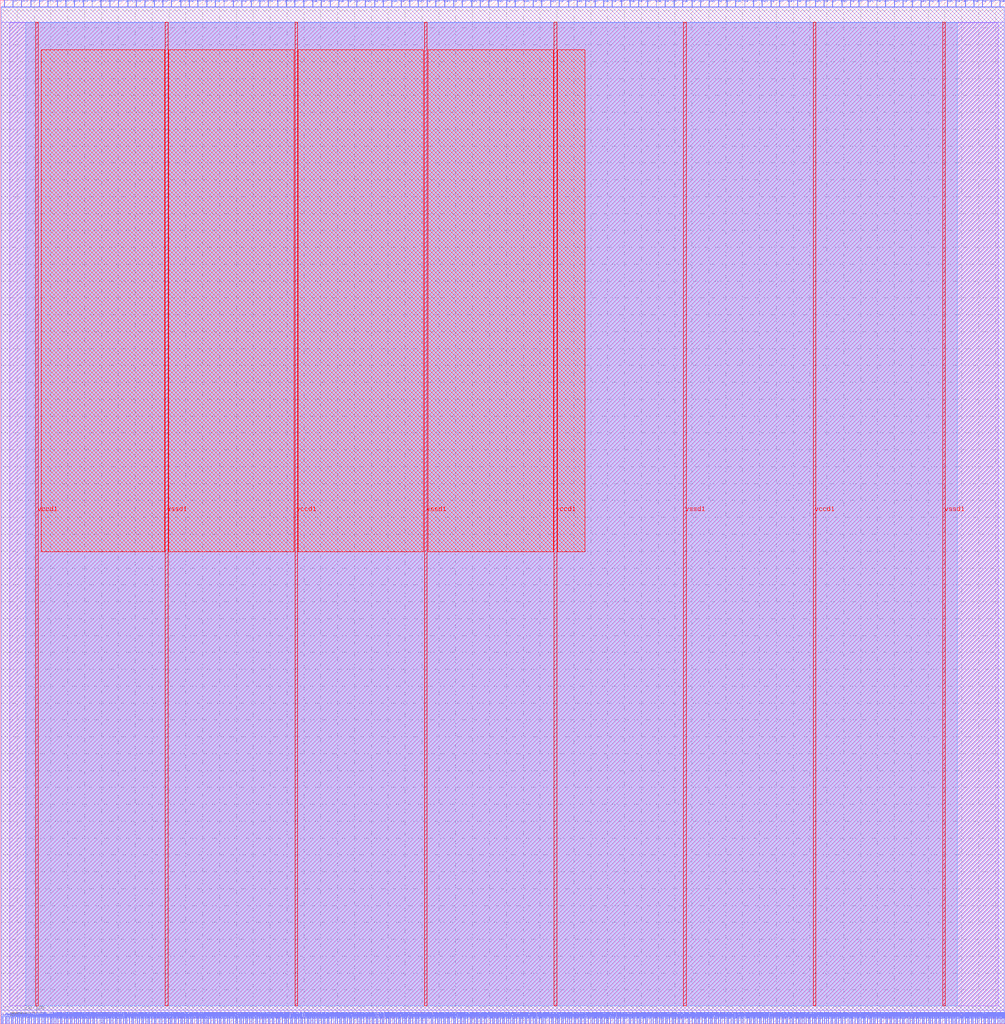
<source format=lef>
VERSION 5.7 ;
  NOWIREEXTENSIONATPIN ON ;
  DIVIDERCHAR "/" ;
  BUSBITCHARS "[]" ;
MACRO user_proj
  CLASS BLOCK ;
  FOREIGN user_proj ;
  ORIGIN 0.000 0.000 ;
  SIZE 595.695 BY 606.415 ;
  PIN io_in[0]
    DIRECTION INPUT ;
    USE SIGNAL ;
    PORT
      LAYER met2 ;
        RECT 2.390 602.415 2.670 606.415 ;
    END
  END io_in[0]
  PIN io_in[10]
    DIRECTION INPUT ;
    USE SIGNAL ;
    PORT
      LAYER met2 ;
        RECT 158.790 602.415 159.070 606.415 ;
    END
  END io_in[10]
  PIN io_in[11]
    DIRECTION INPUT ;
    USE SIGNAL ;
    PORT
      LAYER met2 ;
        RECT 174.430 602.415 174.710 606.415 ;
    END
  END io_in[11]
  PIN io_in[12]
    DIRECTION INPUT ;
    USE SIGNAL ;
    PORT
      LAYER met2 ;
        RECT 190.070 602.415 190.350 606.415 ;
    END
  END io_in[12]
  PIN io_in[13]
    DIRECTION INPUT ;
    USE SIGNAL ;
    PORT
      LAYER met2 ;
        RECT 206.170 602.415 206.450 606.415 ;
    END
  END io_in[13]
  PIN io_in[14]
    DIRECTION INPUT ;
    USE SIGNAL ;
    PORT
      LAYER met2 ;
        RECT 221.810 602.415 222.090 606.415 ;
    END
  END io_in[14]
  PIN io_in[15]
    DIRECTION INPUT ;
    USE SIGNAL ;
    PORT
      LAYER met2 ;
        RECT 237.450 602.415 237.730 606.415 ;
    END
  END io_in[15]
  PIN io_in[16]
    DIRECTION INPUT ;
    USE SIGNAL ;
    PORT
      LAYER met2 ;
        RECT 253.090 602.415 253.370 606.415 ;
    END
  END io_in[16]
  PIN io_in[17]
    DIRECTION INPUT ;
    USE SIGNAL ;
    PORT
      LAYER met2 ;
        RECT 268.730 602.415 269.010 606.415 ;
    END
  END io_in[17]
  PIN io_in[18]
    DIRECTION INPUT ;
    USE SIGNAL ;
    PORT
      LAYER met2 ;
        RECT 284.370 602.415 284.650 606.415 ;
    END
  END io_in[18]
  PIN io_in[19]
    DIRECTION INPUT ;
    USE SIGNAL ;
    PORT
      LAYER met2 ;
        RECT 300.010 602.415 300.290 606.415 ;
    END
  END io_in[19]
  PIN io_in[1]
    DIRECTION INPUT ;
    USE SIGNAL ;
    PORT
      LAYER met2 ;
        RECT 18.030 602.415 18.310 606.415 ;
    END
  END io_in[1]
  PIN io_in[20]
    DIRECTION INPUT ;
    USE SIGNAL ;
    PORT
      LAYER met2 ;
        RECT 315.650 602.415 315.930 606.415 ;
    END
  END io_in[20]
  PIN io_in[21]
    DIRECTION INPUT ;
    USE SIGNAL ;
    PORT
      LAYER met2 ;
        RECT 331.290 602.415 331.570 606.415 ;
    END
  END io_in[21]
  PIN io_in[22]
    DIRECTION INPUT ;
    USE SIGNAL ;
    PORT
      LAYER met2 ;
        RECT 346.930 602.415 347.210 606.415 ;
    END
  END io_in[22]
  PIN io_in[23]
    DIRECTION INPUT ;
    USE SIGNAL ;
    PORT
      LAYER met2 ;
        RECT 362.570 602.415 362.850 606.415 ;
    END
  END io_in[23]
  PIN io_in[24]
    DIRECTION INPUT ;
    USE SIGNAL ;
    PORT
      LAYER met2 ;
        RECT 378.210 602.415 378.490 606.415 ;
    END
  END io_in[24]
  PIN io_in[25]
    DIRECTION INPUT ;
    USE SIGNAL ;
    PORT
      LAYER met2 ;
        RECT 393.850 602.415 394.130 606.415 ;
    END
  END io_in[25]
  PIN io_in[26]
    DIRECTION INPUT ;
    USE SIGNAL ;
    PORT
      LAYER met2 ;
        RECT 409.950 602.415 410.230 606.415 ;
    END
  END io_in[26]
  PIN io_in[27]
    DIRECTION INPUT ;
    USE SIGNAL ;
    PORT
      LAYER met2 ;
        RECT 425.590 602.415 425.870 606.415 ;
    END
  END io_in[27]
  PIN io_in[28]
    DIRECTION INPUT ;
    USE SIGNAL ;
    PORT
      LAYER met2 ;
        RECT 441.230 602.415 441.510 606.415 ;
    END
  END io_in[28]
  PIN io_in[29]
    DIRECTION INPUT ;
    USE SIGNAL ;
    PORT
      LAYER met2 ;
        RECT 456.870 602.415 457.150 606.415 ;
    END
  END io_in[29]
  PIN io_in[2]
    DIRECTION INPUT ;
    USE SIGNAL ;
    PORT
      LAYER met2 ;
        RECT 33.670 602.415 33.950 606.415 ;
    END
  END io_in[2]
  PIN io_in[30]
    DIRECTION INPUT ;
    USE SIGNAL ;
    PORT
      LAYER met2 ;
        RECT 472.510 602.415 472.790 606.415 ;
    END
  END io_in[30]
  PIN io_in[31]
    DIRECTION INPUT ;
    USE SIGNAL ;
    PORT
      LAYER met2 ;
        RECT 488.150 602.415 488.430 606.415 ;
    END
  END io_in[31]
  PIN io_in[32]
    DIRECTION INPUT ;
    USE SIGNAL ;
    PORT
      LAYER met2 ;
        RECT 503.790 602.415 504.070 606.415 ;
    END
  END io_in[32]
  PIN io_in[33]
    DIRECTION INPUT ;
    USE SIGNAL ;
    PORT
      LAYER met2 ;
        RECT 519.430 602.415 519.710 606.415 ;
    END
  END io_in[33]
  PIN io_in[34]
    DIRECTION INPUT ;
    USE SIGNAL ;
    PORT
      LAYER met2 ;
        RECT 535.070 602.415 535.350 606.415 ;
    END
  END io_in[34]
  PIN io_in[35]
    DIRECTION INPUT ;
    USE SIGNAL ;
    PORT
      LAYER met2 ;
        RECT 550.710 602.415 550.990 606.415 ;
    END
  END io_in[35]
  PIN io_in[36]
    DIRECTION INPUT ;
    USE SIGNAL ;
    PORT
      LAYER met2 ;
        RECT 566.350 602.415 566.630 606.415 ;
    END
  END io_in[36]
  PIN io_in[37]
    DIRECTION INPUT ;
    USE SIGNAL ;
    PORT
      LAYER met2 ;
        RECT 581.990 602.415 582.270 606.415 ;
    END
  END io_in[37]
  PIN io_in[3]
    DIRECTION INPUT ;
    USE SIGNAL ;
    PORT
      LAYER met2 ;
        RECT 49.310 602.415 49.590 606.415 ;
    END
  END io_in[3]
  PIN io_in[4]
    DIRECTION INPUT ;
    USE SIGNAL ;
    PORT
      LAYER met2 ;
        RECT 64.950 602.415 65.230 606.415 ;
    END
  END io_in[4]
  PIN io_in[5]
    DIRECTION INPUT ;
    USE SIGNAL ;
    PORT
      LAYER met2 ;
        RECT 80.590 602.415 80.870 606.415 ;
    END
  END io_in[5]
  PIN io_in[6]
    DIRECTION INPUT ;
    USE SIGNAL ;
    PORT
      LAYER met2 ;
        RECT 96.230 602.415 96.510 606.415 ;
    END
  END io_in[6]
  PIN io_in[7]
    DIRECTION INPUT ;
    USE SIGNAL ;
    PORT
      LAYER met2 ;
        RECT 111.870 602.415 112.150 606.415 ;
    END
  END io_in[7]
  PIN io_in[8]
    DIRECTION INPUT ;
    USE SIGNAL ;
    PORT
      LAYER met2 ;
        RECT 127.510 602.415 127.790 606.415 ;
    END
  END io_in[8]
  PIN io_in[9]
    DIRECTION INPUT ;
    USE SIGNAL ;
    PORT
      LAYER met2 ;
        RECT 143.150 602.415 143.430 606.415 ;
    END
  END io_in[9]
  PIN io_oeb[0]
    DIRECTION OUTPUT TRISTATE ;
    USE SIGNAL ;
    PORT
      LAYER met2 ;
        RECT 7.450 602.415 7.730 606.415 ;
    END
  END io_oeb[0]
  PIN io_oeb[10]
    DIRECTION OUTPUT TRISTATE ;
    USE SIGNAL ;
    PORT
      LAYER met2 ;
        RECT 164.310 602.415 164.590 606.415 ;
    END
  END io_oeb[10]
  PIN io_oeb[11]
    DIRECTION OUTPUT TRISTATE ;
    USE SIGNAL ;
    PORT
      LAYER met2 ;
        RECT 179.950 602.415 180.230 606.415 ;
    END
  END io_oeb[11]
  PIN io_oeb[12]
    DIRECTION OUTPUT TRISTATE ;
    USE SIGNAL ;
    PORT
      LAYER met2 ;
        RECT 195.590 602.415 195.870 606.415 ;
    END
  END io_oeb[12]
  PIN io_oeb[13]
    DIRECTION OUTPUT TRISTATE ;
    USE SIGNAL ;
    PORT
      LAYER met2 ;
        RECT 211.230 602.415 211.510 606.415 ;
    END
  END io_oeb[13]
  PIN io_oeb[14]
    DIRECTION OUTPUT TRISTATE ;
    USE SIGNAL ;
    PORT
      LAYER met2 ;
        RECT 226.870 602.415 227.150 606.415 ;
    END
  END io_oeb[14]
  PIN io_oeb[15]
    DIRECTION OUTPUT TRISTATE ;
    USE SIGNAL ;
    PORT
      LAYER met2 ;
        RECT 242.510 602.415 242.790 606.415 ;
    END
  END io_oeb[15]
  PIN io_oeb[16]
    DIRECTION OUTPUT TRISTATE ;
    USE SIGNAL ;
    PORT
      LAYER met2 ;
        RECT 258.150 602.415 258.430 606.415 ;
    END
  END io_oeb[16]
  PIN io_oeb[17]
    DIRECTION OUTPUT TRISTATE ;
    USE SIGNAL ;
    PORT
      LAYER met2 ;
        RECT 273.790 602.415 274.070 606.415 ;
    END
  END io_oeb[17]
  PIN io_oeb[18]
    DIRECTION OUTPUT TRISTATE ;
    USE SIGNAL ;
    PORT
      LAYER met2 ;
        RECT 289.430 602.415 289.710 606.415 ;
    END
  END io_oeb[18]
  PIN io_oeb[19]
    DIRECTION OUTPUT TRISTATE ;
    USE SIGNAL ;
    PORT
      LAYER met2 ;
        RECT 305.070 602.415 305.350 606.415 ;
    END
  END io_oeb[19]
  PIN io_oeb[1]
    DIRECTION OUTPUT TRISTATE ;
    USE SIGNAL ;
    PORT
      LAYER met2 ;
        RECT 23.090 602.415 23.370 606.415 ;
    END
  END io_oeb[1]
  PIN io_oeb[20]
    DIRECTION OUTPUT TRISTATE ;
    USE SIGNAL ;
    PORT
      LAYER met2 ;
        RECT 320.710 602.415 320.990 606.415 ;
    END
  END io_oeb[20]
  PIN io_oeb[21]
    DIRECTION OUTPUT TRISTATE ;
    USE SIGNAL ;
    PORT
      LAYER met2 ;
        RECT 336.810 602.415 337.090 606.415 ;
    END
  END io_oeb[21]
  PIN io_oeb[22]
    DIRECTION OUTPUT TRISTATE ;
    USE SIGNAL ;
    PORT
      LAYER met2 ;
        RECT 352.450 602.415 352.730 606.415 ;
    END
  END io_oeb[22]
  PIN io_oeb[23]
    DIRECTION OUTPUT TRISTATE ;
    USE SIGNAL ;
    PORT
      LAYER met2 ;
        RECT 368.090 602.415 368.370 606.415 ;
    END
  END io_oeb[23]
  PIN io_oeb[24]
    DIRECTION OUTPUT TRISTATE ;
    USE SIGNAL ;
    PORT
      LAYER met2 ;
        RECT 383.730 602.415 384.010 606.415 ;
    END
  END io_oeb[24]
  PIN io_oeb[25]
    DIRECTION OUTPUT TRISTATE ;
    USE SIGNAL ;
    PORT
      LAYER met2 ;
        RECT 399.370 602.415 399.650 606.415 ;
    END
  END io_oeb[25]
  PIN io_oeb[26]
    DIRECTION OUTPUT TRISTATE ;
    USE SIGNAL ;
    PORT
      LAYER met2 ;
        RECT 415.010 602.415 415.290 606.415 ;
    END
  END io_oeb[26]
  PIN io_oeb[27]
    DIRECTION OUTPUT TRISTATE ;
    USE SIGNAL ;
    PORT
      LAYER met2 ;
        RECT 430.650 602.415 430.930 606.415 ;
    END
  END io_oeb[27]
  PIN io_oeb[28]
    DIRECTION OUTPUT TRISTATE ;
    USE SIGNAL ;
    PORT
      LAYER met2 ;
        RECT 446.290 602.415 446.570 606.415 ;
    END
  END io_oeb[28]
  PIN io_oeb[29]
    DIRECTION OUTPUT TRISTATE ;
    USE SIGNAL ;
    PORT
      LAYER met2 ;
        RECT 461.930 602.415 462.210 606.415 ;
    END
  END io_oeb[29]
  PIN io_oeb[2]
    DIRECTION OUTPUT TRISTATE ;
    USE SIGNAL ;
    PORT
      LAYER met2 ;
        RECT 38.730 602.415 39.010 606.415 ;
    END
  END io_oeb[2]
  PIN io_oeb[30]
    DIRECTION OUTPUT TRISTATE ;
    USE SIGNAL ;
    PORT
      LAYER met2 ;
        RECT 477.570 602.415 477.850 606.415 ;
    END
  END io_oeb[30]
  PIN io_oeb[31]
    DIRECTION OUTPUT TRISTATE ;
    USE SIGNAL ;
    PORT
      LAYER met2 ;
        RECT 493.210 602.415 493.490 606.415 ;
    END
  END io_oeb[31]
  PIN io_oeb[32]
    DIRECTION OUTPUT TRISTATE ;
    USE SIGNAL ;
    PORT
      LAYER met2 ;
        RECT 508.850 602.415 509.130 606.415 ;
    END
  END io_oeb[32]
  PIN io_oeb[33]
    DIRECTION OUTPUT TRISTATE ;
    USE SIGNAL ;
    PORT
      LAYER met2 ;
        RECT 524.490 602.415 524.770 606.415 ;
    END
  END io_oeb[33]
  PIN io_oeb[34]
    DIRECTION OUTPUT TRISTATE ;
    USE SIGNAL ;
    PORT
      LAYER met2 ;
        RECT 540.590 602.415 540.870 606.415 ;
    END
  END io_oeb[34]
  PIN io_oeb[35]
    DIRECTION OUTPUT TRISTATE ;
    USE SIGNAL ;
    PORT
      LAYER met2 ;
        RECT 556.230 602.415 556.510 606.415 ;
    END
  END io_oeb[35]
  PIN io_oeb[36]
    DIRECTION OUTPUT TRISTATE ;
    USE SIGNAL ;
    PORT
      LAYER met2 ;
        RECT 571.870 602.415 572.150 606.415 ;
    END
  END io_oeb[36]
  PIN io_oeb[37]
    DIRECTION OUTPUT TRISTATE ;
    USE SIGNAL ;
    PORT
      LAYER met2 ;
        RECT 587.510 602.415 587.790 606.415 ;
    END
  END io_oeb[37]
  PIN io_oeb[3]
    DIRECTION OUTPUT TRISTATE ;
    USE SIGNAL ;
    PORT
      LAYER met2 ;
        RECT 54.370 602.415 54.650 606.415 ;
    END
  END io_oeb[3]
  PIN io_oeb[4]
    DIRECTION OUTPUT TRISTATE ;
    USE SIGNAL ;
    PORT
      LAYER met2 ;
        RECT 70.010 602.415 70.290 606.415 ;
    END
  END io_oeb[4]
  PIN io_oeb[5]
    DIRECTION OUTPUT TRISTATE ;
    USE SIGNAL ;
    PORT
      LAYER met2 ;
        RECT 85.650 602.415 85.930 606.415 ;
    END
  END io_oeb[5]
  PIN io_oeb[6]
    DIRECTION OUTPUT TRISTATE ;
    USE SIGNAL ;
    PORT
      LAYER met2 ;
        RECT 101.290 602.415 101.570 606.415 ;
    END
  END io_oeb[6]
  PIN io_oeb[7]
    DIRECTION OUTPUT TRISTATE ;
    USE SIGNAL ;
    PORT
      LAYER met2 ;
        RECT 116.930 602.415 117.210 606.415 ;
    END
  END io_oeb[7]
  PIN io_oeb[8]
    DIRECTION OUTPUT TRISTATE ;
    USE SIGNAL ;
    PORT
      LAYER met2 ;
        RECT 132.570 602.415 132.850 606.415 ;
    END
  END io_oeb[8]
  PIN io_oeb[9]
    DIRECTION OUTPUT TRISTATE ;
    USE SIGNAL ;
    PORT
      LAYER met2 ;
        RECT 148.670 602.415 148.950 606.415 ;
    END
  END io_oeb[9]
  PIN io_out[0]
    DIRECTION OUTPUT TRISTATE ;
    USE SIGNAL ;
    PORT
      LAYER met2 ;
        RECT 12.510 602.415 12.790 606.415 ;
    END
  END io_out[0]
  PIN io_out[10]
    DIRECTION OUTPUT TRISTATE ;
    USE SIGNAL ;
    PORT
      LAYER met2 ;
        RECT 169.370 602.415 169.650 606.415 ;
    END
  END io_out[10]
  PIN io_out[11]
    DIRECTION OUTPUT TRISTATE ;
    USE SIGNAL ;
    PORT
      LAYER met2 ;
        RECT 185.010 602.415 185.290 606.415 ;
    END
  END io_out[11]
  PIN io_out[12]
    DIRECTION OUTPUT TRISTATE ;
    USE SIGNAL ;
    PORT
      LAYER met2 ;
        RECT 200.650 602.415 200.930 606.415 ;
    END
  END io_out[12]
  PIN io_out[13]
    DIRECTION OUTPUT TRISTATE ;
    USE SIGNAL ;
    PORT
      LAYER met2 ;
        RECT 216.290 602.415 216.570 606.415 ;
    END
  END io_out[13]
  PIN io_out[14]
    DIRECTION OUTPUT TRISTATE ;
    USE SIGNAL ;
    PORT
      LAYER met2 ;
        RECT 231.930 602.415 232.210 606.415 ;
    END
  END io_out[14]
  PIN io_out[15]
    DIRECTION OUTPUT TRISTATE ;
    USE SIGNAL ;
    PORT
      LAYER met2 ;
        RECT 247.570 602.415 247.850 606.415 ;
    END
  END io_out[15]
  PIN io_out[16]
    DIRECTION OUTPUT TRISTATE ;
    USE SIGNAL ;
    PORT
      LAYER met2 ;
        RECT 263.210 602.415 263.490 606.415 ;
    END
  END io_out[16]
  PIN io_out[17]
    DIRECTION OUTPUT TRISTATE ;
    USE SIGNAL ;
    PORT
      LAYER met2 ;
        RECT 279.310 602.415 279.590 606.415 ;
    END
  END io_out[17]
  PIN io_out[18]
    DIRECTION OUTPUT TRISTATE ;
    USE SIGNAL ;
    PORT
      LAYER met2 ;
        RECT 294.950 602.415 295.230 606.415 ;
    END
  END io_out[18]
  PIN io_out[19]
    DIRECTION OUTPUT TRISTATE ;
    USE SIGNAL ;
    PORT
      LAYER met2 ;
        RECT 310.590 602.415 310.870 606.415 ;
    END
  END io_out[19]
  PIN io_out[1]
    DIRECTION OUTPUT TRISTATE ;
    USE SIGNAL ;
    PORT
      LAYER met2 ;
        RECT 28.150 602.415 28.430 606.415 ;
    END
  END io_out[1]
  PIN io_out[20]
    DIRECTION OUTPUT TRISTATE ;
    USE SIGNAL ;
    PORT
      LAYER met2 ;
        RECT 326.230 602.415 326.510 606.415 ;
    END
  END io_out[20]
  PIN io_out[21]
    DIRECTION OUTPUT TRISTATE ;
    USE SIGNAL ;
    PORT
      LAYER met2 ;
        RECT 341.870 602.415 342.150 606.415 ;
    END
  END io_out[21]
  PIN io_out[22]
    DIRECTION OUTPUT TRISTATE ;
    USE SIGNAL ;
    PORT
      LAYER met2 ;
        RECT 357.510 602.415 357.790 606.415 ;
    END
  END io_out[22]
  PIN io_out[23]
    DIRECTION OUTPUT TRISTATE ;
    USE SIGNAL ;
    PORT
      LAYER met2 ;
        RECT 373.150 602.415 373.430 606.415 ;
    END
  END io_out[23]
  PIN io_out[24]
    DIRECTION OUTPUT TRISTATE ;
    USE SIGNAL ;
    PORT
      LAYER met2 ;
        RECT 388.790 602.415 389.070 606.415 ;
    END
  END io_out[24]
  PIN io_out[25]
    DIRECTION OUTPUT TRISTATE ;
    USE SIGNAL ;
    PORT
      LAYER met2 ;
        RECT 404.430 602.415 404.710 606.415 ;
    END
  END io_out[25]
  PIN io_out[26]
    DIRECTION OUTPUT TRISTATE ;
    USE SIGNAL ;
    PORT
      LAYER met2 ;
        RECT 420.070 602.415 420.350 606.415 ;
    END
  END io_out[26]
  PIN io_out[27]
    DIRECTION OUTPUT TRISTATE ;
    USE SIGNAL ;
    PORT
      LAYER met2 ;
        RECT 435.710 602.415 435.990 606.415 ;
    END
  END io_out[27]
  PIN io_out[28]
    DIRECTION OUTPUT TRISTATE ;
    USE SIGNAL ;
    PORT
      LAYER met2 ;
        RECT 451.350 602.415 451.630 606.415 ;
    END
  END io_out[28]
  PIN io_out[29]
    DIRECTION OUTPUT TRISTATE ;
    USE SIGNAL ;
    PORT
      LAYER met2 ;
        RECT 467.450 602.415 467.730 606.415 ;
    END
  END io_out[29]
  PIN io_out[2]
    DIRECTION OUTPUT TRISTATE ;
    USE SIGNAL ;
    PORT
      LAYER met2 ;
        RECT 43.790 602.415 44.070 606.415 ;
    END
  END io_out[2]
  PIN io_out[30]
    DIRECTION OUTPUT TRISTATE ;
    USE SIGNAL ;
    PORT
      LAYER met2 ;
        RECT 483.090 602.415 483.370 606.415 ;
    END
  END io_out[30]
  PIN io_out[31]
    DIRECTION OUTPUT TRISTATE ;
    USE SIGNAL ;
    PORT
      LAYER met2 ;
        RECT 498.730 602.415 499.010 606.415 ;
    END
  END io_out[31]
  PIN io_out[32]
    DIRECTION OUTPUT TRISTATE ;
    USE SIGNAL ;
    PORT
      LAYER met2 ;
        RECT 514.370 602.415 514.650 606.415 ;
    END
  END io_out[32]
  PIN io_out[33]
    DIRECTION OUTPUT TRISTATE ;
    USE SIGNAL ;
    PORT
      LAYER met2 ;
        RECT 530.010 602.415 530.290 606.415 ;
    END
  END io_out[33]
  PIN io_out[34]
    DIRECTION OUTPUT TRISTATE ;
    USE SIGNAL ;
    PORT
      LAYER met2 ;
        RECT 545.650 602.415 545.930 606.415 ;
    END
  END io_out[34]
  PIN io_out[35]
    DIRECTION OUTPUT TRISTATE ;
    USE SIGNAL ;
    PORT
      LAYER met2 ;
        RECT 561.290 602.415 561.570 606.415 ;
    END
  END io_out[35]
  PIN io_out[36]
    DIRECTION OUTPUT TRISTATE ;
    USE SIGNAL ;
    PORT
      LAYER met2 ;
        RECT 576.930 602.415 577.210 606.415 ;
    END
  END io_out[36]
  PIN io_out[37]
    DIRECTION OUTPUT TRISTATE ;
    USE SIGNAL ;
    PORT
      LAYER met2 ;
        RECT 592.570 602.415 592.850 606.415 ;
    END
  END io_out[37]
  PIN io_out[3]
    DIRECTION OUTPUT TRISTATE ;
    USE SIGNAL ;
    PORT
      LAYER met2 ;
        RECT 59.430 602.415 59.710 606.415 ;
    END
  END io_out[3]
  PIN io_out[4]
    DIRECTION OUTPUT TRISTATE ;
    USE SIGNAL ;
    PORT
      LAYER met2 ;
        RECT 75.530 602.415 75.810 606.415 ;
    END
  END io_out[4]
  PIN io_out[5]
    DIRECTION OUTPUT TRISTATE ;
    USE SIGNAL ;
    PORT
      LAYER met2 ;
        RECT 91.170 602.415 91.450 606.415 ;
    END
  END io_out[5]
  PIN io_out[6]
    DIRECTION OUTPUT TRISTATE ;
    USE SIGNAL ;
    PORT
      LAYER met2 ;
        RECT 106.810 602.415 107.090 606.415 ;
    END
  END io_out[6]
  PIN io_out[7]
    DIRECTION OUTPUT TRISTATE ;
    USE SIGNAL ;
    PORT
      LAYER met2 ;
        RECT 122.450 602.415 122.730 606.415 ;
    END
  END io_out[7]
  PIN io_out[8]
    DIRECTION OUTPUT TRISTATE ;
    USE SIGNAL ;
    PORT
      LAYER met2 ;
        RECT 138.090 602.415 138.370 606.415 ;
    END
  END io_out[8]
  PIN io_out[9]
    DIRECTION OUTPUT TRISTATE ;
    USE SIGNAL ;
    PORT
      LAYER met2 ;
        RECT 153.730 602.415 154.010 606.415 ;
    END
  END io_out[9]
  PIN irq[0]
    DIRECTION OUTPUT TRISTATE ;
    USE SIGNAL ;
    PORT
      LAYER met2 ;
        RECT 592.570 0.000 592.850 4.000 ;
    END
  END irq[0]
  PIN irq[1]
    DIRECTION OUTPUT TRISTATE ;
    USE SIGNAL ;
    PORT
      LAYER met2 ;
        RECT 593.490 0.000 593.770 4.000 ;
    END
  END irq[1]
  PIN irq[2]
    DIRECTION OUTPUT TRISTATE ;
    USE SIGNAL ;
    PORT
      LAYER met2 ;
        RECT 594.870 0.000 595.150 4.000 ;
    END
  END irq[2]
  PIN la_data_in[0]
    DIRECTION INPUT ;
    USE SIGNAL ;
    PORT
      LAYER met2 ;
        RECT 128.430 0.000 128.710 4.000 ;
    END
  END la_data_in[0]
  PIN la_data_in[100]
    DIRECTION INPUT ;
    USE SIGNAL ;
    PORT
      LAYER met2 ;
        RECT 490.910 0.000 491.190 4.000 ;
    END
  END la_data_in[100]
  PIN la_data_in[101]
    DIRECTION INPUT ;
    USE SIGNAL ;
    PORT
      LAYER met2 ;
        RECT 494.590 0.000 494.870 4.000 ;
    END
  END la_data_in[101]
  PIN la_data_in[102]
    DIRECTION INPUT ;
    USE SIGNAL ;
    PORT
      LAYER met2 ;
        RECT 498.270 0.000 498.550 4.000 ;
    END
  END la_data_in[102]
  PIN la_data_in[103]
    DIRECTION INPUT ;
    USE SIGNAL ;
    PORT
      LAYER met2 ;
        RECT 501.950 0.000 502.230 4.000 ;
    END
  END la_data_in[103]
  PIN la_data_in[104]
    DIRECTION INPUT ;
    USE SIGNAL ;
    PORT
      LAYER met2 ;
        RECT 505.170 0.000 505.450 4.000 ;
    END
  END la_data_in[104]
  PIN la_data_in[105]
    DIRECTION INPUT ;
    USE SIGNAL ;
    PORT
      LAYER met2 ;
        RECT 508.850 0.000 509.130 4.000 ;
    END
  END la_data_in[105]
  PIN la_data_in[106]
    DIRECTION INPUT ;
    USE SIGNAL ;
    PORT
      LAYER met2 ;
        RECT 512.530 0.000 512.810 4.000 ;
    END
  END la_data_in[106]
  PIN la_data_in[107]
    DIRECTION INPUT ;
    USE SIGNAL ;
    PORT
      LAYER met2 ;
        RECT 516.210 0.000 516.490 4.000 ;
    END
  END la_data_in[107]
  PIN la_data_in[108]
    DIRECTION INPUT ;
    USE SIGNAL ;
    PORT
      LAYER met2 ;
        RECT 519.890 0.000 520.170 4.000 ;
    END
  END la_data_in[108]
  PIN la_data_in[109]
    DIRECTION INPUT ;
    USE SIGNAL ;
    PORT
      LAYER met2 ;
        RECT 523.570 0.000 523.850 4.000 ;
    END
  END la_data_in[109]
  PIN la_data_in[10]
    DIRECTION INPUT ;
    USE SIGNAL ;
    PORT
      LAYER met2 ;
        RECT 164.770 0.000 165.050 4.000 ;
    END
  END la_data_in[10]
  PIN la_data_in[110]
    DIRECTION INPUT ;
    USE SIGNAL ;
    PORT
      LAYER met2 ;
        RECT 527.250 0.000 527.530 4.000 ;
    END
  END la_data_in[110]
  PIN la_data_in[111]
    DIRECTION INPUT ;
    USE SIGNAL ;
    PORT
      LAYER met2 ;
        RECT 530.930 0.000 531.210 4.000 ;
    END
  END la_data_in[111]
  PIN la_data_in[112]
    DIRECTION INPUT ;
    USE SIGNAL ;
    PORT
      LAYER met2 ;
        RECT 534.610 0.000 534.890 4.000 ;
    END
  END la_data_in[112]
  PIN la_data_in[113]
    DIRECTION INPUT ;
    USE SIGNAL ;
    PORT
      LAYER met2 ;
        RECT 537.830 0.000 538.110 4.000 ;
    END
  END la_data_in[113]
  PIN la_data_in[114]
    DIRECTION INPUT ;
    USE SIGNAL ;
    PORT
      LAYER met2 ;
        RECT 541.510 0.000 541.790 4.000 ;
    END
  END la_data_in[114]
  PIN la_data_in[115]
    DIRECTION INPUT ;
    USE SIGNAL ;
    PORT
      LAYER met2 ;
        RECT 545.190 0.000 545.470 4.000 ;
    END
  END la_data_in[115]
  PIN la_data_in[116]
    DIRECTION INPUT ;
    USE SIGNAL ;
    PORT
      LAYER met2 ;
        RECT 548.870 0.000 549.150 4.000 ;
    END
  END la_data_in[116]
  PIN la_data_in[117]
    DIRECTION INPUT ;
    USE SIGNAL ;
    PORT
      LAYER met2 ;
        RECT 552.550 0.000 552.830 4.000 ;
    END
  END la_data_in[117]
  PIN la_data_in[118]
    DIRECTION INPUT ;
    USE SIGNAL ;
    PORT
      LAYER met2 ;
        RECT 556.230 0.000 556.510 4.000 ;
    END
  END la_data_in[118]
  PIN la_data_in[119]
    DIRECTION INPUT ;
    USE SIGNAL ;
    PORT
      LAYER met2 ;
        RECT 559.910 0.000 560.190 4.000 ;
    END
  END la_data_in[119]
  PIN la_data_in[11]
    DIRECTION INPUT ;
    USE SIGNAL ;
    PORT
      LAYER met2 ;
        RECT 168.450 0.000 168.730 4.000 ;
    END
  END la_data_in[11]
  PIN la_data_in[120]
    DIRECTION INPUT ;
    USE SIGNAL ;
    PORT
      LAYER met2 ;
        RECT 563.590 0.000 563.870 4.000 ;
    END
  END la_data_in[120]
  PIN la_data_in[121]
    DIRECTION INPUT ;
    USE SIGNAL ;
    PORT
      LAYER met2 ;
        RECT 566.810 0.000 567.090 4.000 ;
    END
  END la_data_in[121]
  PIN la_data_in[122]
    DIRECTION INPUT ;
    USE SIGNAL ;
    PORT
      LAYER met2 ;
        RECT 570.490 0.000 570.770 4.000 ;
    END
  END la_data_in[122]
  PIN la_data_in[123]
    DIRECTION INPUT ;
    USE SIGNAL ;
    PORT
      LAYER met2 ;
        RECT 574.170 0.000 574.450 4.000 ;
    END
  END la_data_in[123]
  PIN la_data_in[124]
    DIRECTION INPUT ;
    USE SIGNAL ;
    PORT
      LAYER met2 ;
        RECT 577.850 0.000 578.130 4.000 ;
    END
  END la_data_in[124]
  PIN la_data_in[125]
    DIRECTION INPUT ;
    USE SIGNAL ;
    PORT
      LAYER met2 ;
        RECT 581.530 0.000 581.810 4.000 ;
    END
  END la_data_in[125]
  PIN la_data_in[126]
    DIRECTION INPUT ;
    USE SIGNAL ;
    PORT
      LAYER met2 ;
        RECT 585.210 0.000 585.490 4.000 ;
    END
  END la_data_in[126]
  PIN la_data_in[127]
    DIRECTION INPUT ;
    USE SIGNAL ;
    PORT
      LAYER met2 ;
        RECT 588.890 0.000 589.170 4.000 ;
    END
  END la_data_in[127]
  PIN la_data_in[12]
    DIRECTION INPUT ;
    USE SIGNAL ;
    PORT
      LAYER met2 ;
        RECT 172.130 0.000 172.410 4.000 ;
    END
  END la_data_in[12]
  PIN la_data_in[13]
    DIRECTION INPUT ;
    USE SIGNAL ;
    PORT
      LAYER met2 ;
        RECT 175.350 0.000 175.630 4.000 ;
    END
  END la_data_in[13]
  PIN la_data_in[14]
    DIRECTION INPUT ;
    USE SIGNAL ;
    PORT
      LAYER met2 ;
        RECT 179.030 0.000 179.310 4.000 ;
    END
  END la_data_in[14]
  PIN la_data_in[15]
    DIRECTION INPUT ;
    USE SIGNAL ;
    PORT
      LAYER met2 ;
        RECT 182.710 0.000 182.990 4.000 ;
    END
  END la_data_in[15]
  PIN la_data_in[16]
    DIRECTION INPUT ;
    USE SIGNAL ;
    PORT
      LAYER met2 ;
        RECT 186.390 0.000 186.670 4.000 ;
    END
  END la_data_in[16]
  PIN la_data_in[17]
    DIRECTION INPUT ;
    USE SIGNAL ;
    PORT
      LAYER met2 ;
        RECT 190.070 0.000 190.350 4.000 ;
    END
  END la_data_in[17]
  PIN la_data_in[18]
    DIRECTION INPUT ;
    USE SIGNAL ;
    PORT
      LAYER met2 ;
        RECT 193.750 0.000 194.030 4.000 ;
    END
  END la_data_in[18]
  PIN la_data_in[19]
    DIRECTION INPUT ;
    USE SIGNAL ;
    PORT
      LAYER met2 ;
        RECT 197.430 0.000 197.710 4.000 ;
    END
  END la_data_in[19]
  PIN la_data_in[1]
    DIRECTION INPUT ;
    USE SIGNAL ;
    PORT
      LAYER met2 ;
        RECT 132.110 0.000 132.390 4.000 ;
    END
  END la_data_in[1]
  PIN la_data_in[20]
    DIRECTION INPUT ;
    USE SIGNAL ;
    PORT
      LAYER met2 ;
        RECT 201.110 0.000 201.390 4.000 ;
    END
  END la_data_in[20]
  PIN la_data_in[21]
    DIRECTION INPUT ;
    USE SIGNAL ;
    PORT
      LAYER met2 ;
        RECT 204.330 0.000 204.610 4.000 ;
    END
  END la_data_in[21]
  PIN la_data_in[22]
    DIRECTION INPUT ;
    USE SIGNAL ;
    PORT
      LAYER met2 ;
        RECT 208.010 0.000 208.290 4.000 ;
    END
  END la_data_in[22]
  PIN la_data_in[23]
    DIRECTION INPUT ;
    USE SIGNAL ;
    PORT
      LAYER met2 ;
        RECT 211.690 0.000 211.970 4.000 ;
    END
  END la_data_in[23]
  PIN la_data_in[24]
    DIRECTION INPUT ;
    USE SIGNAL ;
    PORT
      LAYER met2 ;
        RECT 215.370 0.000 215.650 4.000 ;
    END
  END la_data_in[24]
  PIN la_data_in[25]
    DIRECTION INPUT ;
    USE SIGNAL ;
    PORT
      LAYER met2 ;
        RECT 219.050 0.000 219.330 4.000 ;
    END
  END la_data_in[25]
  PIN la_data_in[26]
    DIRECTION INPUT ;
    USE SIGNAL ;
    PORT
      LAYER met2 ;
        RECT 222.730 0.000 223.010 4.000 ;
    END
  END la_data_in[26]
  PIN la_data_in[27]
    DIRECTION INPUT ;
    USE SIGNAL ;
    PORT
      LAYER met2 ;
        RECT 226.410 0.000 226.690 4.000 ;
    END
  END la_data_in[27]
  PIN la_data_in[28]
    DIRECTION INPUT ;
    USE SIGNAL ;
    PORT
      LAYER met2 ;
        RECT 230.090 0.000 230.370 4.000 ;
    END
  END la_data_in[28]
  PIN la_data_in[29]
    DIRECTION INPUT ;
    USE SIGNAL ;
    PORT
      LAYER met2 ;
        RECT 233.310 0.000 233.590 4.000 ;
    END
  END la_data_in[29]
  PIN la_data_in[2]
    DIRECTION INPUT ;
    USE SIGNAL ;
    PORT
      LAYER met2 ;
        RECT 135.790 0.000 136.070 4.000 ;
    END
  END la_data_in[2]
  PIN la_data_in[30]
    DIRECTION INPUT ;
    USE SIGNAL ;
    PORT
      LAYER met2 ;
        RECT 236.990 0.000 237.270 4.000 ;
    END
  END la_data_in[30]
  PIN la_data_in[31]
    DIRECTION INPUT ;
    USE SIGNAL ;
    PORT
      LAYER met2 ;
        RECT 240.670 0.000 240.950 4.000 ;
    END
  END la_data_in[31]
  PIN la_data_in[32]
    DIRECTION INPUT ;
    USE SIGNAL ;
    PORT
      LAYER met2 ;
        RECT 244.350 0.000 244.630 4.000 ;
    END
  END la_data_in[32]
  PIN la_data_in[33]
    DIRECTION INPUT ;
    USE SIGNAL ;
    PORT
      LAYER met2 ;
        RECT 248.030 0.000 248.310 4.000 ;
    END
  END la_data_in[33]
  PIN la_data_in[34]
    DIRECTION INPUT ;
    USE SIGNAL ;
    PORT
      LAYER met2 ;
        RECT 251.710 0.000 251.990 4.000 ;
    END
  END la_data_in[34]
  PIN la_data_in[35]
    DIRECTION INPUT ;
    USE SIGNAL ;
    PORT
      LAYER met2 ;
        RECT 255.390 0.000 255.670 4.000 ;
    END
  END la_data_in[35]
  PIN la_data_in[36]
    DIRECTION INPUT ;
    USE SIGNAL ;
    PORT
      LAYER met2 ;
        RECT 259.070 0.000 259.350 4.000 ;
    END
  END la_data_in[36]
  PIN la_data_in[37]
    DIRECTION INPUT ;
    USE SIGNAL ;
    PORT
      LAYER met2 ;
        RECT 262.750 0.000 263.030 4.000 ;
    END
  END la_data_in[37]
  PIN la_data_in[38]
    DIRECTION INPUT ;
    USE SIGNAL ;
    PORT
      LAYER met2 ;
        RECT 265.970 0.000 266.250 4.000 ;
    END
  END la_data_in[38]
  PIN la_data_in[39]
    DIRECTION INPUT ;
    USE SIGNAL ;
    PORT
      LAYER met2 ;
        RECT 269.650 0.000 269.930 4.000 ;
    END
  END la_data_in[39]
  PIN la_data_in[3]
    DIRECTION INPUT ;
    USE SIGNAL ;
    PORT
      LAYER met2 ;
        RECT 139.470 0.000 139.750 4.000 ;
    END
  END la_data_in[3]
  PIN la_data_in[40]
    DIRECTION INPUT ;
    USE SIGNAL ;
    PORT
      LAYER met2 ;
        RECT 273.330 0.000 273.610 4.000 ;
    END
  END la_data_in[40]
  PIN la_data_in[41]
    DIRECTION INPUT ;
    USE SIGNAL ;
    PORT
      LAYER met2 ;
        RECT 277.010 0.000 277.290 4.000 ;
    END
  END la_data_in[41]
  PIN la_data_in[42]
    DIRECTION INPUT ;
    USE SIGNAL ;
    PORT
      LAYER met2 ;
        RECT 280.690 0.000 280.970 4.000 ;
    END
  END la_data_in[42]
  PIN la_data_in[43]
    DIRECTION INPUT ;
    USE SIGNAL ;
    PORT
      LAYER met2 ;
        RECT 284.370 0.000 284.650 4.000 ;
    END
  END la_data_in[43]
  PIN la_data_in[44]
    DIRECTION INPUT ;
    USE SIGNAL ;
    PORT
      LAYER met2 ;
        RECT 288.050 0.000 288.330 4.000 ;
    END
  END la_data_in[44]
  PIN la_data_in[45]
    DIRECTION INPUT ;
    USE SIGNAL ;
    PORT
      LAYER met2 ;
        RECT 291.730 0.000 292.010 4.000 ;
    END
  END la_data_in[45]
  PIN la_data_in[46]
    DIRECTION INPUT ;
    USE SIGNAL ;
    PORT
      LAYER met2 ;
        RECT 294.950 0.000 295.230 4.000 ;
    END
  END la_data_in[46]
  PIN la_data_in[47]
    DIRECTION INPUT ;
    USE SIGNAL ;
    PORT
      LAYER met2 ;
        RECT 298.630 0.000 298.910 4.000 ;
    END
  END la_data_in[47]
  PIN la_data_in[48]
    DIRECTION INPUT ;
    USE SIGNAL ;
    PORT
      LAYER met2 ;
        RECT 302.310 0.000 302.590 4.000 ;
    END
  END la_data_in[48]
  PIN la_data_in[49]
    DIRECTION INPUT ;
    USE SIGNAL ;
    PORT
      LAYER met2 ;
        RECT 305.990 0.000 306.270 4.000 ;
    END
  END la_data_in[49]
  PIN la_data_in[4]
    DIRECTION INPUT ;
    USE SIGNAL ;
    PORT
      LAYER met2 ;
        RECT 142.690 0.000 142.970 4.000 ;
    END
  END la_data_in[4]
  PIN la_data_in[50]
    DIRECTION INPUT ;
    USE SIGNAL ;
    PORT
      LAYER met2 ;
        RECT 309.670 0.000 309.950 4.000 ;
    END
  END la_data_in[50]
  PIN la_data_in[51]
    DIRECTION INPUT ;
    USE SIGNAL ;
    PORT
      LAYER met2 ;
        RECT 313.350 0.000 313.630 4.000 ;
    END
  END la_data_in[51]
  PIN la_data_in[52]
    DIRECTION INPUT ;
    USE SIGNAL ;
    PORT
      LAYER met2 ;
        RECT 317.030 0.000 317.310 4.000 ;
    END
  END la_data_in[52]
  PIN la_data_in[53]
    DIRECTION INPUT ;
    USE SIGNAL ;
    PORT
      LAYER met2 ;
        RECT 320.710 0.000 320.990 4.000 ;
    END
  END la_data_in[53]
  PIN la_data_in[54]
    DIRECTION INPUT ;
    USE SIGNAL ;
    PORT
      LAYER met2 ;
        RECT 323.930 0.000 324.210 4.000 ;
    END
  END la_data_in[54]
  PIN la_data_in[55]
    DIRECTION INPUT ;
    USE SIGNAL ;
    PORT
      LAYER met2 ;
        RECT 327.610 0.000 327.890 4.000 ;
    END
  END la_data_in[55]
  PIN la_data_in[56]
    DIRECTION INPUT ;
    USE SIGNAL ;
    PORT
      LAYER met2 ;
        RECT 331.290 0.000 331.570 4.000 ;
    END
  END la_data_in[56]
  PIN la_data_in[57]
    DIRECTION INPUT ;
    USE SIGNAL ;
    PORT
      LAYER met2 ;
        RECT 334.970 0.000 335.250 4.000 ;
    END
  END la_data_in[57]
  PIN la_data_in[58]
    DIRECTION INPUT ;
    USE SIGNAL ;
    PORT
      LAYER met2 ;
        RECT 338.650 0.000 338.930 4.000 ;
    END
  END la_data_in[58]
  PIN la_data_in[59]
    DIRECTION INPUT ;
    USE SIGNAL ;
    PORT
      LAYER met2 ;
        RECT 342.330 0.000 342.610 4.000 ;
    END
  END la_data_in[59]
  PIN la_data_in[5]
    DIRECTION INPUT ;
    USE SIGNAL ;
    PORT
      LAYER met2 ;
        RECT 146.370 0.000 146.650 4.000 ;
    END
  END la_data_in[5]
  PIN la_data_in[60]
    DIRECTION INPUT ;
    USE SIGNAL ;
    PORT
      LAYER met2 ;
        RECT 346.010 0.000 346.290 4.000 ;
    END
  END la_data_in[60]
  PIN la_data_in[61]
    DIRECTION INPUT ;
    USE SIGNAL ;
    PORT
      LAYER met2 ;
        RECT 349.690 0.000 349.970 4.000 ;
    END
  END la_data_in[61]
  PIN la_data_in[62]
    DIRECTION INPUT ;
    USE SIGNAL ;
    PORT
      LAYER met2 ;
        RECT 353.370 0.000 353.650 4.000 ;
    END
  END la_data_in[62]
  PIN la_data_in[63]
    DIRECTION INPUT ;
    USE SIGNAL ;
    PORT
      LAYER met2 ;
        RECT 356.590 0.000 356.870 4.000 ;
    END
  END la_data_in[63]
  PIN la_data_in[64]
    DIRECTION INPUT ;
    USE SIGNAL ;
    PORT
      LAYER met2 ;
        RECT 360.270 0.000 360.550 4.000 ;
    END
  END la_data_in[64]
  PIN la_data_in[65]
    DIRECTION INPUT ;
    USE SIGNAL ;
    PORT
      LAYER met2 ;
        RECT 363.950 0.000 364.230 4.000 ;
    END
  END la_data_in[65]
  PIN la_data_in[66]
    DIRECTION INPUT ;
    USE SIGNAL ;
    PORT
      LAYER met2 ;
        RECT 367.630 0.000 367.910 4.000 ;
    END
  END la_data_in[66]
  PIN la_data_in[67]
    DIRECTION INPUT ;
    USE SIGNAL ;
    PORT
      LAYER met2 ;
        RECT 371.310 0.000 371.590 4.000 ;
    END
  END la_data_in[67]
  PIN la_data_in[68]
    DIRECTION INPUT ;
    USE SIGNAL ;
    PORT
      LAYER met2 ;
        RECT 374.990 0.000 375.270 4.000 ;
    END
  END la_data_in[68]
  PIN la_data_in[69]
    DIRECTION INPUT ;
    USE SIGNAL ;
    PORT
      LAYER met2 ;
        RECT 378.670 0.000 378.950 4.000 ;
    END
  END la_data_in[69]
  PIN la_data_in[6]
    DIRECTION INPUT ;
    USE SIGNAL ;
    PORT
      LAYER met2 ;
        RECT 150.050 0.000 150.330 4.000 ;
    END
  END la_data_in[6]
  PIN la_data_in[70]
    DIRECTION INPUT ;
    USE SIGNAL ;
    PORT
      LAYER met2 ;
        RECT 382.350 0.000 382.630 4.000 ;
    END
  END la_data_in[70]
  PIN la_data_in[71]
    DIRECTION INPUT ;
    USE SIGNAL ;
    PORT
      LAYER met2 ;
        RECT 385.570 0.000 385.850 4.000 ;
    END
  END la_data_in[71]
  PIN la_data_in[72]
    DIRECTION INPUT ;
    USE SIGNAL ;
    PORT
      LAYER met2 ;
        RECT 389.250 0.000 389.530 4.000 ;
    END
  END la_data_in[72]
  PIN la_data_in[73]
    DIRECTION INPUT ;
    USE SIGNAL ;
    PORT
      LAYER met2 ;
        RECT 392.930 0.000 393.210 4.000 ;
    END
  END la_data_in[73]
  PIN la_data_in[74]
    DIRECTION INPUT ;
    USE SIGNAL ;
    PORT
      LAYER met2 ;
        RECT 396.610 0.000 396.890 4.000 ;
    END
  END la_data_in[74]
  PIN la_data_in[75]
    DIRECTION INPUT ;
    USE SIGNAL ;
    PORT
      LAYER met2 ;
        RECT 400.290 0.000 400.570 4.000 ;
    END
  END la_data_in[75]
  PIN la_data_in[76]
    DIRECTION INPUT ;
    USE SIGNAL ;
    PORT
      LAYER met2 ;
        RECT 403.970 0.000 404.250 4.000 ;
    END
  END la_data_in[76]
  PIN la_data_in[77]
    DIRECTION INPUT ;
    USE SIGNAL ;
    PORT
      LAYER met2 ;
        RECT 407.650 0.000 407.930 4.000 ;
    END
  END la_data_in[77]
  PIN la_data_in[78]
    DIRECTION INPUT ;
    USE SIGNAL ;
    PORT
      LAYER met2 ;
        RECT 411.330 0.000 411.610 4.000 ;
    END
  END la_data_in[78]
  PIN la_data_in[79]
    DIRECTION INPUT ;
    USE SIGNAL ;
    PORT
      LAYER met2 ;
        RECT 414.550 0.000 414.830 4.000 ;
    END
  END la_data_in[79]
  PIN la_data_in[7]
    DIRECTION INPUT ;
    USE SIGNAL ;
    PORT
      LAYER met2 ;
        RECT 153.730 0.000 154.010 4.000 ;
    END
  END la_data_in[7]
  PIN la_data_in[80]
    DIRECTION INPUT ;
    USE SIGNAL ;
    PORT
      LAYER met2 ;
        RECT 418.230 0.000 418.510 4.000 ;
    END
  END la_data_in[80]
  PIN la_data_in[81]
    DIRECTION INPUT ;
    USE SIGNAL ;
    PORT
      LAYER met2 ;
        RECT 421.910 0.000 422.190 4.000 ;
    END
  END la_data_in[81]
  PIN la_data_in[82]
    DIRECTION INPUT ;
    USE SIGNAL ;
    PORT
      LAYER met2 ;
        RECT 425.590 0.000 425.870 4.000 ;
    END
  END la_data_in[82]
  PIN la_data_in[83]
    DIRECTION INPUT ;
    USE SIGNAL ;
    PORT
      LAYER met2 ;
        RECT 429.270 0.000 429.550 4.000 ;
    END
  END la_data_in[83]
  PIN la_data_in[84]
    DIRECTION INPUT ;
    USE SIGNAL ;
    PORT
      LAYER met2 ;
        RECT 432.950 0.000 433.230 4.000 ;
    END
  END la_data_in[84]
  PIN la_data_in[85]
    DIRECTION INPUT ;
    USE SIGNAL ;
    PORT
      LAYER met2 ;
        RECT 436.630 0.000 436.910 4.000 ;
    END
  END la_data_in[85]
  PIN la_data_in[86]
    DIRECTION INPUT ;
    USE SIGNAL ;
    PORT
      LAYER met2 ;
        RECT 440.310 0.000 440.590 4.000 ;
    END
  END la_data_in[86]
  PIN la_data_in[87]
    DIRECTION INPUT ;
    USE SIGNAL ;
    PORT
      LAYER met2 ;
        RECT 443.990 0.000 444.270 4.000 ;
    END
  END la_data_in[87]
  PIN la_data_in[88]
    DIRECTION INPUT ;
    USE SIGNAL ;
    PORT
      LAYER met2 ;
        RECT 447.210 0.000 447.490 4.000 ;
    END
  END la_data_in[88]
  PIN la_data_in[89]
    DIRECTION INPUT ;
    USE SIGNAL ;
    PORT
      LAYER met2 ;
        RECT 450.890 0.000 451.170 4.000 ;
    END
  END la_data_in[89]
  PIN la_data_in[8]
    DIRECTION INPUT ;
    USE SIGNAL ;
    PORT
      LAYER met2 ;
        RECT 157.410 0.000 157.690 4.000 ;
    END
  END la_data_in[8]
  PIN la_data_in[90]
    DIRECTION INPUT ;
    USE SIGNAL ;
    PORT
      LAYER met2 ;
        RECT 454.570 0.000 454.850 4.000 ;
    END
  END la_data_in[90]
  PIN la_data_in[91]
    DIRECTION INPUT ;
    USE SIGNAL ;
    PORT
      LAYER met2 ;
        RECT 458.250 0.000 458.530 4.000 ;
    END
  END la_data_in[91]
  PIN la_data_in[92]
    DIRECTION INPUT ;
    USE SIGNAL ;
    PORT
      LAYER met2 ;
        RECT 461.930 0.000 462.210 4.000 ;
    END
  END la_data_in[92]
  PIN la_data_in[93]
    DIRECTION INPUT ;
    USE SIGNAL ;
    PORT
      LAYER met2 ;
        RECT 465.610 0.000 465.890 4.000 ;
    END
  END la_data_in[93]
  PIN la_data_in[94]
    DIRECTION INPUT ;
    USE SIGNAL ;
    PORT
      LAYER met2 ;
        RECT 469.290 0.000 469.570 4.000 ;
    END
  END la_data_in[94]
  PIN la_data_in[95]
    DIRECTION INPUT ;
    USE SIGNAL ;
    PORT
      LAYER met2 ;
        RECT 472.970 0.000 473.250 4.000 ;
    END
  END la_data_in[95]
  PIN la_data_in[96]
    DIRECTION INPUT ;
    USE SIGNAL ;
    PORT
      LAYER met2 ;
        RECT 476.190 0.000 476.470 4.000 ;
    END
  END la_data_in[96]
  PIN la_data_in[97]
    DIRECTION INPUT ;
    USE SIGNAL ;
    PORT
      LAYER met2 ;
        RECT 479.870 0.000 480.150 4.000 ;
    END
  END la_data_in[97]
  PIN la_data_in[98]
    DIRECTION INPUT ;
    USE SIGNAL ;
    PORT
      LAYER met2 ;
        RECT 483.550 0.000 483.830 4.000 ;
    END
  END la_data_in[98]
  PIN la_data_in[99]
    DIRECTION INPUT ;
    USE SIGNAL ;
    PORT
      LAYER met2 ;
        RECT 487.230 0.000 487.510 4.000 ;
    END
  END la_data_in[99]
  PIN la_data_in[9]
    DIRECTION INPUT ;
    USE SIGNAL ;
    PORT
      LAYER met2 ;
        RECT 161.090 0.000 161.370 4.000 ;
    END
  END la_data_in[9]
  PIN la_data_out[0]
    DIRECTION OUTPUT TRISTATE ;
    USE SIGNAL ;
    PORT
      LAYER met2 ;
        RECT 129.810 0.000 130.090 4.000 ;
    END
  END la_data_out[0]
  PIN la_data_out[100]
    DIRECTION OUTPUT TRISTATE ;
    USE SIGNAL ;
    PORT
      LAYER met2 ;
        RECT 492.290 0.000 492.570 4.000 ;
    END
  END la_data_out[100]
  PIN la_data_out[101]
    DIRECTION OUTPUT TRISTATE ;
    USE SIGNAL ;
    PORT
      LAYER met2 ;
        RECT 495.510 0.000 495.790 4.000 ;
    END
  END la_data_out[101]
  PIN la_data_out[102]
    DIRECTION OUTPUT TRISTATE ;
    USE SIGNAL ;
    PORT
      LAYER met2 ;
        RECT 499.190 0.000 499.470 4.000 ;
    END
  END la_data_out[102]
  PIN la_data_out[103]
    DIRECTION OUTPUT TRISTATE ;
    USE SIGNAL ;
    PORT
      LAYER met2 ;
        RECT 502.870 0.000 503.150 4.000 ;
    END
  END la_data_out[103]
  PIN la_data_out[104]
    DIRECTION OUTPUT TRISTATE ;
    USE SIGNAL ;
    PORT
      LAYER met2 ;
        RECT 506.550 0.000 506.830 4.000 ;
    END
  END la_data_out[104]
  PIN la_data_out[105]
    DIRECTION OUTPUT TRISTATE ;
    USE SIGNAL ;
    PORT
      LAYER met2 ;
        RECT 510.230 0.000 510.510 4.000 ;
    END
  END la_data_out[105]
  PIN la_data_out[106]
    DIRECTION OUTPUT TRISTATE ;
    USE SIGNAL ;
    PORT
      LAYER met2 ;
        RECT 513.910 0.000 514.190 4.000 ;
    END
  END la_data_out[106]
  PIN la_data_out[107]
    DIRECTION OUTPUT TRISTATE ;
    USE SIGNAL ;
    PORT
      LAYER met2 ;
        RECT 517.590 0.000 517.870 4.000 ;
    END
  END la_data_out[107]
  PIN la_data_out[108]
    DIRECTION OUTPUT TRISTATE ;
    USE SIGNAL ;
    PORT
      LAYER met2 ;
        RECT 521.270 0.000 521.550 4.000 ;
    END
  END la_data_out[108]
  PIN la_data_out[109]
    DIRECTION OUTPUT TRISTATE ;
    USE SIGNAL ;
    PORT
      LAYER met2 ;
        RECT 524.950 0.000 525.230 4.000 ;
    END
  END la_data_out[109]
  PIN la_data_out[10]
    DIRECTION OUTPUT TRISTATE ;
    USE SIGNAL ;
    PORT
      LAYER met2 ;
        RECT 165.690 0.000 165.970 4.000 ;
    END
  END la_data_out[10]
  PIN la_data_out[110]
    DIRECTION OUTPUT TRISTATE ;
    USE SIGNAL ;
    PORT
      LAYER met2 ;
        RECT 528.170 0.000 528.450 4.000 ;
    END
  END la_data_out[110]
  PIN la_data_out[111]
    DIRECTION OUTPUT TRISTATE ;
    USE SIGNAL ;
    PORT
      LAYER met2 ;
        RECT 531.850 0.000 532.130 4.000 ;
    END
  END la_data_out[111]
  PIN la_data_out[112]
    DIRECTION OUTPUT TRISTATE ;
    USE SIGNAL ;
    PORT
      LAYER met2 ;
        RECT 535.530 0.000 535.810 4.000 ;
    END
  END la_data_out[112]
  PIN la_data_out[113]
    DIRECTION OUTPUT TRISTATE ;
    USE SIGNAL ;
    PORT
      LAYER met2 ;
        RECT 539.210 0.000 539.490 4.000 ;
    END
  END la_data_out[113]
  PIN la_data_out[114]
    DIRECTION OUTPUT TRISTATE ;
    USE SIGNAL ;
    PORT
      LAYER met2 ;
        RECT 542.890 0.000 543.170 4.000 ;
    END
  END la_data_out[114]
  PIN la_data_out[115]
    DIRECTION OUTPUT TRISTATE ;
    USE SIGNAL ;
    PORT
      LAYER met2 ;
        RECT 546.570 0.000 546.850 4.000 ;
    END
  END la_data_out[115]
  PIN la_data_out[116]
    DIRECTION OUTPUT TRISTATE ;
    USE SIGNAL ;
    PORT
      LAYER met2 ;
        RECT 550.250 0.000 550.530 4.000 ;
    END
  END la_data_out[116]
  PIN la_data_out[117]
    DIRECTION OUTPUT TRISTATE ;
    USE SIGNAL ;
    PORT
      LAYER met2 ;
        RECT 553.930 0.000 554.210 4.000 ;
    END
  END la_data_out[117]
  PIN la_data_out[118]
    DIRECTION OUTPUT TRISTATE ;
    USE SIGNAL ;
    PORT
      LAYER met2 ;
        RECT 557.150 0.000 557.430 4.000 ;
    END
  END la_data_out[118]
  PIN la_data_out[119]
    DIRECTION OUTPUT TRISTATE ;
    USE SIGNAL ;
    PORT
      LAYER met2 ;
        RECT 560.830 0.000 561.110 4.000 ;
    END
  END la_data_out[119]
  PIN la_data_out[11]
    DIRECTION OUTPUT TRISTATE ;
    USE SIGNAL ;
    PORT
      LAYER met2 ;
        RECT 169.370 0.000 169.650 4.000 ;
    END
  END la_data_out[11]
  PIN la_data_out[120]
    DIRECTION OUTPUT TRISTATE ;
    USE SIGNAL ;
    PORT
      LAYER met2 ;
        RECT 564.510 0.000 564.790 4.000 ;
    END
  END la_data_out[120]
  PIN la_data_out[121]
    DIRECTION OUTPUT TRISTATE ;
    USE SIGNAL ;
    PORT
      LAYER met2 ;
        RECT 568.190 0.000 568.470 4.000 ;
    END
  END la_data_out[121]
  PIN la_data_out[122]
    DIRECTION OUTPUT TRISTATE ;
    USE SIGNAL ;
    PORT
      LAYER met2 ;
        RECT 571.870 0.000 572.150 4.000 ;
    END
  END la_data_out[122]
  PIN la_data_out[123]
    DIRECTION OUTPUT TRISTATE ;
    USE SIGNAL ;
    PORT
      LAYER met2 ;
        RECT 575.550 0.000 575.830 4.000 ;
    END
  END la_data_out[123]
  PIN la_data_out[124]
    DIRECTION OUTPUT TRISTATE ;
    USE SIGNAL ;
    PORT
      LAYER met2 ;
        RECT 579.230 0.000 579.510 4.000 ;
    END
  END la_data_out[124]
  PIN la_data_out[125]
    DIRECTION OUTPUT TRISTATE ;
    USE SIGNAL ;
    PORT
      LAYER met2 ;
        RECT 582.910 0.000 583.190 4.000 ;
    END
  END la_data_out[125]
  PIN la_data_out[126]
    DIRECTION OUTPUT TRISTATE ;
    USE SIGNAL ;
    PORT
      LAYER met2 ;
        RECT 586.130 0.000 586.410 4.000 ;
    END
  END la_data_out[126]
  PIN la_data_out[127]
    DIRECTION OUTPUT TRISTATE ;
    USE SIGNAL ;
    PORT
      LAYER met2 ;
        RECT 589.810 0.000 590.090 4.000 ;
    END
  END la_data_out[127]
  PIN la_data_out[12]
    DIRECTION OUTPUT TRISTATE ;
    USE SIGNAL ;
    PORT
      LAYER met2 ;
        RECT 173.050 0.000 173.330 4.000 ;
    END
  END la_data_out[12]
  PIN la_data_out[13]
    DIRECTION OUTPUT TRISTATE ;
    USE SIGNAL ;
    PORT
      LAYER met2 ;
        RECT 176.730 0.000 177.010 4.000 ;
    END
  END la_data_out[13]
  PIN la_data_out[14]
    DIRECTION OUTPUT TRISTATE ;
    USE SIGNAL ;
    PORT
      LAYER met2 ;
        RECT 180.410 0.000 180.690 4.000 ;
    END
  END la_data_out[14]
  PIN la_data_out[15]
    DIRECTION OUTPUT TRISTATE ;
    USE SIGNAL ;
    PORT
      LAYER met2 ;
        RECT 184.090 0.000 184.370 4.000 ;
    END
  END la_data_out[15]
  PIN la_data_out[16]
    DIRECTION OUTPUT TRISTATE ;
    USE SIGNAL ;
    PORT
      LAYER met2 ;
        RECT 187.770 0.000 188.050 4.000 ;
    END
  END la_data_out[16]
  PIN la_data_out[17]
    DIRECTION OUTPUT TRISTATE ;
    USE SIGNAL ;
    PORT
      LAYER met2 ;
        RECT 191.450 0.000 191.730 4.000 ;
    END
  END la_data_out[17]
  PIN la_data_out[18]
    DIRECTION OUTPUT TRISTATE ;
    USE SIGNAL ;
    PORT
      LAYER met2 ;
        RECT 194.670 0.000 194.950 4.000 ;
    END
  END la_data_out[18]
  PIN la_data_out[19]
    DIRECTION OUTPUT TRISTATE ;
    USE SIGNAL ;
    PORT
      LAYER met2 ;
        RECT 198.350 0.000 198.630 4.000 ;
    END
  END la_data_out[19]
  PIN la_data_out[1]
    DIRECTION OUTPUT TRISTATE ;
    USE SIGNAL ;
    PORT
      LAYER met2 ;
        RECT 133.030 0.000 133.310 4.000 ;
    END
  END la_data_out[1]
  PIN la_data_out[20]
    DIRECTION OUTPUT TRISTATE ;
    USE SIGNAL ;
    PORT
      LAYER met2 ;
        RECT 202.030 0.000 202.310 4.000 ;
    END
  END la_data_out[20]
  PIN la_data_out[21]
    DIRECTION OUTPUT TRISTATE ;
    USE SIGNAL ;
    PORT
      LAYER met2 ;
        RECT 205.710 0.000 205.990 4.000 ;
    END
  END la_data_out[21]
  PIN la_data_out[22]
    DIRECTION OUTPUT TRISTATE ;
    USE SIGNAL ;
    PORT
      LAYER met2 ;
        RECT 209.390 0.000 209.670 4.000 ;
    END
  END la_data_out[22]
  PIN la_data_out[23]
    DIRECTION OUTPUT TRISTATE ;
    USE SIGNAL ;
    PORT
      LAYER met2 ;
        RECT 213.070 0.000 213.350 4.000 ;
    END
  END la_data_out[23]
  PIN la_data_out[24]
    DIRECTION OUTPUT TRISTATE ;
    USE SIGNAL ;
    PORT
      LAYER met2 ;
        RECT 216.750 0.000 217.030 4.000 ;
    END
  END la_data_out[24]
  PIN la_data_out[25]
    DIRECTION OUTPUT TRISTATE ;
    USE SIGNAL ;
    PORT
      LAYER met2 ;
        RECT 220.430 0.000 220.710 4.000 ;
    END
  END la_data_out[25]
  PIN la_data_out[26]
    DIRECTION OUTPUT TRISTATE ;
    USE SIGNAL ;
    PORT
      LAYER met2 ;
        RECT 223.650 0.000 223.930 4.000 ;
    END
  END la_data_out[26]
  PIN la_data_out[27]
    DIRECTION OUTPUT TRISTATE ;
    USE SIGNAL ;
    PORT
      LAYER met2 ;
        RECT 227.330 0.000 227.610 4.000 ;
    END
  END la_data_out[27]
  PIN la_data_out[28]
    DIRECTION OUTPUT TRISTATE ;
    USE SIGNAL ;
    PORT
      LAYER met2 ;
        RECT 231.010 0.000 231.290 4.000 ;
    END
  END la_data_out[28]
  PIN la_data_out[29]
    DIRECTION OUTPUT TRISTATE ;
    USE SIGNAL ;
    PORT
      LAYER met2 ;
        RECT 234.690 0.000 234.970 4.000 ;
    END
  END la_data_out[29]
  PIN la_data_out[2]
    DIRECTION OUTPUT TRISTATE ;
    USE SIGNAL ;
    PORT
      LAYER met2 ;
        RECT 136.710 0.000 136.990 4.000 ;
    END
  END la_data_out[2]
  PIN la_data_out[30]
    DIRECTION OUTPUT TRISTATE ;
    USE SIGNAL ;
    PORT
      LAYER met2 ;
        RECT 238.370 0.000 238.650 4.000 ;
    END
  END la_data_out[30]
  PIN la_data_out[31]
    DIRECTION OUTPUT TRISTATE ;
    USE SIGNAL ;
    PORT
      LAYER met2 ;
        RECT 242.050 0.000 242.330 4.000 ;
    END
  END la_data_out[31]
  PIN la_data_out[32]
    DIRECTION OUTPUT TRISTATE ;
    USE SIGNAL ;
    PORT
      LAYER met2 ;
        RECT 245.730 0.000 246.010 4.000 ;
    END
  END la_data_out[32]
  PIN la_data_out[33]
    DIRECTION OUTPUT TRISTATE ;
    USE SIGNAL ;
    PORT
      LAYER met2 ;
        RECT 249.410 0.000 249.690 4.000 ;
    END
  END la_data_out[33]
  PIN la_data_out[34]
    DIRECTION OUTPUT TRISTATE ;
    USE SIGNAL ;
    PORT
      LAYER met2 ;
        RECT 252.630 0.000 252.910 4.000 ;
    END
  END la_data_out[34]
  PIN la_data_out[35]
    DIRECTION OUTPUT TRISTATE ;
    USE SIGNAL ;
    PORT
      LAYER met2 ;
        RECT 256.310 0.000 256.590 4.000 ;
    END
  END la_data_out[35]
  PIN la_data_out[36]
    DIRECTION OUTPUT TRISTATE ;
    USE SIGNAL ;
    PORT
      LAYER met2 ;
        RECT 259.990 0.000 260.270 4.000 ;
    END
  END la_data_out[36]
  PIN la_data_out[37]
    DIRECTION OUTPUT TRISTATE ;
    USE SIGNAL ;
    PORT
      LAYER met2 ;
        RECT 263.670 0.000 263.950 4.000 ;
    END
  END la_data_out[37]
  PIN la_data_out[38]
    DIRECTION OUTPUT TRISTATE ;
    USE SIGNAL ;
    PORT
      LAYER met2 ;
        RECT 267.350 0.000 267.630 4.000 ;
    END
  END la_data_out[38]
  PIN la_data_out[39]
    DIRECTION OUTPUT TRISTATE ;
    USE SIGNAL ;
    PORT
      LAYER met2 ;
        RECT 271.030 0.000 271.310 4.000 ;
    END
  END la_data_out[39]
  PIN la_data_out[3]
    DIRECTION OUTPUT TRISTATE ;
    USE SIGNAL ;
    PORT
      LAYER met2 ;
        RECT 140.390 0.000 140.670 4.000 ;
    END
  END la_data_out[3]
  PIN la_data_out[40]
    DIRECTION OUTPUT TRISTATE ;
    USE SIGNAL ;
    PORT
      LAYER met2 ;
        RECT 274.710 0.000 274.990 4.000 ;
    END
  END la_data_out[40]
  PIN la_data_out[41]
    DIRECTION OUTPUT TRISTATE ;
    USE SIGNAL ;
    PORT
      LAYER met2 ;
        RECT 278.390 0.000 278.670 4.000 ;
    END
  END la_data_out[41]
  PIN la_data_out[42]
    DIRECTION OUTPUT TRISTATE ;
    USE SIGNAL ;
    PORT
      LAYER met2 ;
        RECT 282.070 0.000 282.350 4.000 ;
    END
  END la_data_out[42]
  PIN la_data_out[43]
    DIRECTION OUTPUT TRISTATE ;
    USE SIGNAL ;
    PORT
      LAYER met2 ;
        RECT 285.290 0.000 285.570 4.000 ;
    END
  END la_data_out[43]
  PIN la_data_out[44]
    DIRECTION OUTPUT TRISTATE ;
    USE SIGNAL ;
    PORT
      LAYER met2 ;
        RECT 288.970 0.000 289.250 4.000 ;
    END
  END la_data_out[44]
  PIN la_data_out[45]
    DIRECTION OUTPUT TRISTATE ;
    USE SIGNAL ;
    PORT
      LAYER met2 ;
        RECT 292.650 0.000 292.930 4.000 ;
    END
  END la_data_out[45]
  PIN la_data_out[46]
    DIRECTION OUTPUT TRISTATE ;
    USE SIGNAL ;
    PORT
      LAYER met2 ;
        RECT 296.330 0.000 296.610 4.000 ;
    END
  END la_data_out[46]
  PIN la_data_out[47]
    DIRECTION OUTPUT TRISTATE ;
    USE SIGNAL ;
    PORT
      LAYER met2 ;
        RECT 300.010 0.000 300.290 4.000 ;
    END
  END la_data_out[47]
  PIN la_data_out[48]
    DIRECTION OUTPUT TRISTATE ;
    USE SIGNAL ;
    PORT
      LAYER met2 ;
        RECT 303.690 0.000 303.970 4.000 ;
    END
  END la_data_out[48]
  PIN la_data_out[49]
    DIRECTION OUTPUT TRISTATE ;
    USE SIGNAL ;
    PORT
      LAYER met2 ;
        RECT 307.370 0.000 307.650 4.000 ;
    END
  END la_data_out[49]
  PIN la_data_out[4]
    DIRECTION OUTPUT TRISTATE ;
    USE SIGNAL ;
    PORT
      LAYER met2 ;
        RECT 144.070 0.000 144.350 4.000 ;
    END
  END la_data_out[4]
  PIN la_data_out[50]
    DIRECTION OUTPUT TRISTATE ;
    USE SIGNAL ;
    PORT
      LAYER met2 ;
        RECT 311.050 0.000 311.330 4.000 ;
    END
  END la_data_out[50]
  PIN la_data_out[51]
    DIRECTION OUTPUT TRISTATE ;
    USE SIGNAL ;
    PORT
      LAYER met2 ;
        RECT 314.270 0.000 314.550 4.000 ;
    END
  END la_data_out[51]
  PIN la_data_out[52]
    DIRECTION OUTPUT TRISTATE ;
    USE SIGNAL ;
    PORT
      LAYER met2 ;
        RECT 317.950 0.000 318.230 4.000 ;
    END
  END la_data_out[52]
  PIN la_data_out[53]
    DIRECTION OUTPUT TRISTATE ;
    USE SIGNAL ;
    PORT
      LAYER met2 ;
        RECT 321.630 0.000 321.910 4.000 ;
    END
  END la_data_out[53]
  PIN la_data_out[54]
    DIRECTION OUTPUT TRISTATE ;
    USE SIGNAL ;
    PORT
      LAYER met2 ;
        RECT 325.310 0.000 325.590 4.000 ;
    END
  END la_data_out[54]
  PIN la_data_out[55]
    DIRECTION OUTPUT TRISTATE ;
    USE SIGNAL ;
    PORT
      LAYER met2 ;
        RECT 328.990 0.000 329.270 4.000 ;
    END
  END la_data_out[55]
  PIN la_data_out[56]
    DIRECTION OUTPUT TRISTATE ;
    USE SIGNAL ;
    PORT
      LAYER met2 ;
        RECT 332.670 0.000 332.950 4.000 ;
    END
  END la_data_out[56]
  PIN la_data_out[57]
    DIRECTION OUTPUT TRISTATE ;
    USE SIGNAL ;
    PORT
      LAYER met2 ;
        RECT 336.350 0.000 336.630 4.000 ;
    END
  END la_data_out[57]
  PIN la_data_out[58]
    DIRECTION OUTPUT TRISTATE ;
    USE SIGNAL ;
    PORT
      LAYER met2 ;
        RECT 340.030 0.000 340.310 4.000 ;
    END
  END la_data_out[58]
  PIN la_data_out[59]
    DIRECTION OUTPUT TRISTATE ;
    USE SIGNAL ;
    PORT
      LAYER met2 ;
        RECT 343.710 0.000 343.990 4.000 ;
    END
  END la_data_out[59]
  PIN la_data_out[5]
    DIRECTION OUTPUT TRISTATE ;
    USE SIGNAL ;
    PORT
      LAYER met2 ;
        RECT 147.750 0.000 148.030 4.000 ;
    END
  END la_data_out[5]
  PIN la_data_out[60]
    DIRECTION OUTPUT TRISTATE ;
    USE SIGNAL ;
    PORT
      LAYER met2 ;
        RECT 346.930 0.000 347.210 4.000 ;
    END
  END la_data_out[60]
  PIN la_data_out[61]
    DIRECTION OUTPUT TRISTATE ;
    USE SIGNAL ;
    PORT
      LAYER met2 ;
        RECT 350.610 0.000 350.890 4.000 ;
    END
  END la_data_out[61]
  PIN la_data_out[62]
    DIRECTION OUTPUT TRISTATE ;
    USE SIGNAL ;
    PORT
      LAYER met2 ;
        RECT 354.290 0.000 354.570 4.000 ;
    END
  END la_data_out[62]
  PIN la_data_out[63]
    DIRECTION OUTPUT TRISTATE ;
    USE SIGNAL ;
    PORT
      LAYER met2 ;
        RECT 357.970 0.000 358.250 4.000 ;
    END
  END la_data_out[63]
  PIN la_data_out[64]
    DIRECTION OUTPUT TRISTATE ;
    USE SIGNAL ;
    PORT
      LAYER met2 ;
        RECT 361.650 0.000 361.930 4.000 ;
    END
  END la_data_out[64]
  PIN la_data_out[65]
    DIRECTION OUTPUT TRISTATE ;
    USE SIGNAL ;
    PORT
      LAYER met2 ;
        RECT 365.330 0.000 365.610 4.000 ;
    END
  END la_data_out[65]
  PIN la_data_out[66]
    DIRECTION OUTPUT TRISTATE ;
    USE SIGNAL ;
    PORT
      LAYER met2 ;
        RECT 369.010 0.000 369.290 4.000 ;
    END
  END la_data_out[66]
  PIN la_data_out[67]
    DIRECTION OUTPUT TRISTATE ;
    USE SIGNAL ;
    PORT
      LAYER met2 ;
        RECT 372.690 0.000 372.970 4.000 ;
    END
  END la_data_out[67]
  PIN la_data_out[68]
    DIRECTION OUTPUT TRISTATE ;
    USE SIGNAL ;
    PORT
      LAYER met2 ;
        RECT 375.910 0.000 376.190 4.000 ;
    END
  END la_data_out[68]
  PIN la_data_out[69]
    DIRECTION OUTPUT TRISTATE ;
    USE SIGNAL ;
    PORT
      LAYER met2 ;
        RECT 379.590 0.000 379.870 4.000 ;
    END
  END la_data_out[69]
  PIN la_data_out[6]
    DIRECTION OUTPUT TRISTATE ;
    USE SIGNAL ;
    PORT
      LAYER met2 ;
        RECT 151.430 0.000 151.710 4.000 ;
    END
  END la_data_out[6]
  PIN la_data_out[70]
    DIRECTION OUTPUT TRISTATE ;
    USE SIGNAL ;
    PORT
      LAYER met2 ;
        RECT 383.270 0.000 383.550 4.000 ;
    END
  END la_data_out[70]
  PIN la_data_out[71]
    DIRECTION OUTPUT TRISTATE ;
    USE SIGNAL ;
    PORT
      LAYER met2 ;
        RECT 386.950 0.000 387.230 4.000 ;
    END
  END la_data_out[71]
  PIN la_data_out[72]
    DIRECTION OUTPUT TRISTATE ;
    USE SIGNAL ;
    PORT
      LAYER met2 ;
        RECT 390.630 0.000 390.910 4.000 ;
    END
  END la_data_out[72]
  PIN la_data_out[73]
    DIRECTION OUTPUT TRISTATE ;
    USE SIGNAL ;
    PORT
      LAYER met2 ;
        RECT 394.310 0.000 394.590 4.000 ;
    END
  END la_data_out[73]
  PIN la_data_out[74]
    DIRECTION OUTPUT TRISTATE ;
    USE SIGNAL ;
    PORT
      LAYER met2 ;
        RECT 397.990 0.000 398.270 4.000 ;
    END
  END la_data_out[74]
  PIN la_data_out[75]
    DIRECTION OUTPUT TRISTATE ;
    USE SIGNAL ;
    PORT
      LAYER met2 ;
        RECT 401.670 0.000 401.950 4.000 ;
    END
  END la_data_out[75]
  PIN la_data_out[76]
    DIRECTION OUTPUT TRISTATE ;
    USE SIGNAL ;
    PORT
      LAYER met2 ;
        RECT 404.890 0.000 405.170 4.000 ;
    END
  END la_data_out[76]
  PIN la_data_out[77]
    DIRECTION OUTPUT TRISTATE ;
    USE SIGNAL ;
    PORT
      LAYER met2 ;
        RECT 408.570 0.000 408.850 4.000 ;
    END
  END la_data_out[77]
  PIN la_data_out[78]
    DIRECTION OUTPUT TRISTATE ;
    USE SIGNAL ;
    PORT
      LAYER met2 ;
        RECT 412.250 0.000 412.530 4.000 ;
    END
  END la_data_out[78]
  PIN la_data_out[79]
    DIRECTION OUTPUT TRISTATE ;
    USE SIGNAL ;
    PORT
      LAYER met2 ;
        RECT 415.930 0.000 416.210 4.000 ;
    END
  END la_data_out[79]
  PIN la_data_out[7]
    DIRECTION OUTPUT TRISTATE ;
    USE SIGNAL ;
    PORT
      LAYER met2 ;
        RECT 155.110 0.000 155.390 4.000 ;
    END
  END la_data_out[7]
  PIN la_data_out[80]
    DIRECTION OUTPUT TRISTATE ;
    USE SIGNAL ;
    PORT
      LAYER met2 ;
        RECT 419.610 0.000 419.890 4.000 ;
    END
  END la_data_out[80]
  PIN la_data_out[81]
    DIRECTION OUTPUT TRISTATE ;
    USE SIGNAL ;
    PORT
      LAYER met2 ;
        RECT 423.290 0.000 423.570 4.000 ;
    END
  END la_data_out[81]
  PIN la_data_out[82]
    DIRECTION OUTPUT TRISTATE ;
    USE SIGNAL ;
    PORT
      LAYER met2 ;
        RECT 426.970 0.000 427.250 4.000 ;
    END
  END la_data_out[82]
  PIN la_data_out[83]
    DIRECTION OUTPUT TRISTATE ;
    USE SIGNAL ;
    PORT
      LAYER met2 ;
        RECT 430.650 0.000 430.930 4.000 ;
    END
  END la_data_out[83]
  PIN la_data_out[84]
    DIRECTION OUTPUT TRISTATE ;
    USE SIGNAL ;
    PORT
      LAYER met2 ;
        RECT 434.330 0.000 434.610 4.000 ;
    END
  END la_data_out[84]
  PIN la_data_out[85]
    DIRECTION OUTPUT TRISTATE ;
    USE SIGNAL ;
    PORT
      LAYER met2 ;
        RECT 437.550 0.000 437.830 4.000 ;
    END
  END la_data_out[85]
  PIN la_data_out[86]
    DIRECTION OUTPUT TRISTATE ;
    USE SIGNAL ;
    PORT
      LAYER met2 ;
        RECT 441.230 0.000 441.510 4.000 ;
    END
  END la_data_out[86]
  PIN la_data_out[87]
    DIRECTION OUTPUT TRISTATE ;
    USE SIGNAL ;
    PORT
      LAYER met2 ;
        RECT 444.910 0.000 445.190 4.000 ;
    END
  END la_data_out[87]
  PIN la_data_out[88]
    DIRECTION OUTPUT TRISTATE ;
    USE SIGNAL ;
    PORT
      LAYER met2 ;
        RECT 448.590 0.000 448.870 4.000 ;
    END
  END la_data_out[88]
  PIN la_data_out[89]
    DIRECTION OUTPUT TRISTATE ;
    USE SIGNAL ;
    PORT
      LAYER met2 ;
        RECT 452.270 0.000 452.550 4.000 ;
    END
  END la_data_out[89]
  PIN la_data_out[8]
    DIRECTION OUTPUT TRISTATE ;
    USE SIGNAL ;
    PORT
      LAYER met2 ;
        RECT 158.790 0.000 159.070 4.000 ;
    END
  END la_data_out[8]
  PIN la_data_out[90]
    DIRECTION OUTPUT TRISTATE ;
    USE SIGNAL ;
    PORT
      LAYER met2 ;
        RECT 455.950 0.000 456.230 4.000 ;
    END
  END la_data_out[90]
  PIN la_data_out[91]
    DIRECTION OUTPUT TRISTATE ;
    USE SIGNAL ;
    PORT
      LAYER met2 ;
        RECT 459.630 0.000 459.910 4.000 ;
    END
  END la_data_out[91]
  PIN la_data_out[92]
    DIRECTION OUTPUT TRISTATE ;
    USE SIGNAL ;
    PORT
      LAYER met2 ;
        RECT 463.310 0.000 463.590 4.000 ;
    END
  END la_data_out[92]
  PIN la_data_out[93]
    DIRECTION OUTPUT TRISTATE ;
    USE SIGNAL ;
    PORT
      LAYER met2 ;
        RECT 466.530 0.000 466.810 4.000 ;
    END
  END la_data_out[93]
  PIN la_data_out[94]
    DIRECTION OUTPUT TRISTATE ;
    USE SIGNAL ;
    PORT
      LAYER met2 ;
        RECT 470.210 0.000 470.490 4.000 ;
    END
  END la_data_out[94]
  PIN la_data_out[95]
    DIRECTION OUTPUT TRISTATE ;
    USE SIGNAL ;
    PORT
      LAYER met2 ;
        RECT 473.890 0.000 474.170 4.000 ;
    END
  END la_data_out[95]
  PIN la_data_out[96]
    DIRECTION OUTPUT TRISTATE ;
    USE SIGNAL ;
    PORT
      LAYER met2 ;
        RECT 477.570 0.000 477.850 4.000 ;
    END
  END la_data_out[96]
  PIN la_data_out[97]
    DIRECTION OUTPUT TRISTATE ;
    USE SIGNAL ;
    PORT
      LAYER met2 ;
        RECT 481.250 0.000 481.530 4.000 ;
    END
  END la_data_out[97]
  PIN la_data_out[98]
    DIRECTION OUTPUT TRISTATE ;
    USE SIGNAL ;
    PORT
      LAYER met2 ;
        RECT 484.930 0.000 485.210 4.000 ;
    END
  END la_data_out[98]
  PIN la_data_out[99]
    DIRECTION OUTPUT TRISTATE ;
    USE SIGNAL ;
    PORT
      LAYER met2 ;
        RECT 488.610 0.000 488.890 4.000 ;
    END
  END la_data_out[99]
  PIN la_data_out[9]
    DIRECTION OUTPUT TRISTATE ;
    USE SIGNAL ;
    PORT
      LAYER met2 ;
        RECT 162.010 0.000 162.290 4.000 ;
    END
  END la_data_out[9]
  PIN la_oenb[0]
    DIRECTION INPUT ;
    USE SIGNAL ;
    PORT
      LAYER met2 ;
        RECT 130.730 0.000 131.010 4.000 ;
    END
  END la_oenb[0]
  PIN la_oenb[100]
    DIRECTION INPUT ;
    USE SIGNAL ;
    PORT
      LAYER met2 ;
        RECT 493.210 0.000 493.490 4.000 ;
    END
  END la_oenb[100]
  PIN la_oenb[101]
    DIRECTION INPUT ;
    USE SIGNAL ;
    PORT
      LAYER met2 ;
        RECT 496.890 0.000 497.170 4.000 ;
    END
  END la_oenb[101]
  PIN la_oenb[102]
    DIRECTION INPUT ;
    USE SIGNAL ;
    PORT
      LAYER met2 ;
        RECT 500.570 0.000 500.850 4.000 ;
    END
  END la_oenb[102]
  PIN la_oenb[103]
    DIRECTION INPUT ;
    USE SIGNAL ;
    PORT
      LAYER met2 ;
        RECT 504.250 0.000 504.530 4.000 ;
    END
  END la_oenb[103]
  PIN la_oenb[104]
    DIRECTION INPUT ;
    USE SIGNAL ;
    PORT
      LAYER met2 ;
        RECT 507.930 0.000 508.210 4.000 ;
    END
  END la_oenb[104]
  PIN la_oenb[105]
    DIRECTION INPUT ;
    USE SIGNAL ;
    PORT
      LAYER met2 ;
        RECT 511.610 0.000 511.890 4.000 ;
    END
  END la_oenb[105]
  PIN la_oenb[106]
    DIRECTION INPUT ;
    USE SIGNAL ;
    PORT
      LAYER met2 ;
        RECT 515.290 0.000 515.570 4.000 ;
    END
  END la_oenb[106]
  PIN la_oenb[107]
    DIRECTION INPUT ;
    USE SIGNAL ;
    PORT
      LAYER met2 ;
        RECT 518.510 0.000 518.790 4.000 ;
    END
  END la_oenb[107]
  PIN la_oenb[108]
    DIRECTION INPUT ;
    USE SIGNAL ;
    PORT
      LAYER met2 ;
        RECT 522.190 0.000 522.470 4.000 ;
    END
  END la_oenb[108]
  PIN la_oenb[109]
    DIRECTION INPUT ;
    USE SIGNAL ;
    PORT
      LAYER met2 ;
        RECT 525.870 0.000 526.150 4.000 ;
    END
  END la_oenb[109]
  PIN la_oenb[10]
    DIRECTION INPUT ;
    USE SIGNAL ;
    PORT
      LAYER met2 ;
        RECT 167.070 0.000 167.350 4.000 ;
    END
  END la_oenb[10]
  PIN la_oenb[110]
    DIRECTION INPUT ;
    USE SIGNAL ;
    PORT
      LAYER met2 ;
        RECT 529.550 0.000 529.830 4.000 ;
    END
  END la_oenb[110]
  PIN la_oenb[111]
    DIRECTION INPUT ;
    USE SIGNAL ;
    PORT
      LAYER met2 ;
        RECT 533.230 0.000 533.510 4.000 ;
    END
  END la_oenb[111]
  PIN la_oenb[112]
    DIRECTION INPUT ;
    USE SIGNAL ;
    PORT
      LAYER met2 ;
        RECT 536.910 0.000 537.190 4.000 ;
    END
  END la_oenb[112]
  PIN la_oenb[113]
    DIRECTION INPUT ;
    USE SIGNAL ;
    PORT
      LAYER met2 ;
        RECT 540.590 0.000 540.870 4.000 ;
    END
  END la_oenb[113]
  PIN la_oenb[114]
    DIRECTION INPUT ;
    USE SIGNAL ;
    PORT
      LAYER met2 ;
        RECT 544.270 0.000 544.550 4.000 ;
    END
  END la_oenb[114]
  PIN la_oenb[115]
    DIRECTION INPUT ;
    USE SIGNAL ;
    PORT
      LAYER met2 ;
        RECT 547.490 0.000 547.770 4.000 ;
    END
  END la_oenb[115]
  PIN la_oenb[116]
    DIRECTION INPUT ;
    USE SIGNAL ;
    PORT
      LAYER met2 ;
        RECT 551.170 0.000 551.450 4.000 ;
    END
  END la_oenb[116]
  PIN la_oenb[117]
    DIRECTION INPUT ;
    USE SIGNAL ;
    PORT
      LAYER met2 ;
        RECT 554.850 0.000 555.130 4.000 ;
    END
  END la_oenb[117]
  PIN la_oenb[118]
    DIRECTION INPUT ;
    USE SIGNAL ;
    PORT
      LAYER met2 ;
        RECT 558.530 0.000 558.810 4.000 ;
    END
  END la_oenb[118]
  PIN la_oenb[119]
    DIRECTION INPUT ;
    USE SIGNAL ;
    PORT
      LAYER met2 ;
        RECT 562.210 0.000 562.490 4.000 ;
    END
  END la_oenb[119]
  PIN la_oenb[11]
    DIRECTION INPUT ;
    USE SIGNAL ;
    PORT
      LAYER met2 ;
        RECT 170.750 0.000 171.030 4.000 ;
    END
  END la_oenb[11]
  PIN la_oenb[120]
    DIRECTION INPUT ;
    USE SIGNAL ;
    PORT
      LAYER met2 ;
        RECT 565.890 0.000 566.170 4.000 ;
    END
  END la_oenb[120]
  PIN la_oenb[121]
    DIRECTION INPUT ;
    USE SIGNAL ;
    PORT
      LAYER met2 ;
        RECT 569.570 0.000 569.850 4.000 ;
    END
  END la_oenb[121]
  PIN la_oenb[122]
    DIRECTION INPUT ;
    USE SIGNAL ;
    PORT
      LAYER met2 ;
        RECT 573.250 0.000 573.530 4.000 ;
    END
  END la_oenb[122]
  PIN la_oenb[123]
    DIRECTION INPUT ;
    USE SIGNAL ;
    PORT
      LAYER met2 ;
        RECT 576.470 0.000 576.750 4.000 ;
    END
  END la_oenb[123]
  PIN la_oenb[124]
    DIRECTION INPUT ;
    USE SIGNAL ;
    PORT
      LAYER met2 ;
        RECT 580.150 0.000 580.430 4.000 ;
    END
  END la_oenb[124]
  PIN la_oenb[125]
    DIRECTION INPUT ;
    USE SIGNAL ;
    PORT
      LAYER met2 ;
        RECT 583.830 0.000 584.110 4.000 ;
    END
  END la_oenb[125]
  PIN la_oenb[126]
    DIRECTION INPUT ;
    USE SIGNAL ;
    PORT
      LAYER met2 ;
        RECT 587.510 0.000 587.790 4.000 ;
    END
  END la_oenb[126]
  PIN la_oenb[127]
    DIRECTION INPUT ;
    USE SIGNAL ;
    PORT
      LAYER met2 ;
        RECT 591.190 0.000 591.470 4.000 ;
    END
  END la_oenb[127]
  PIN la_oenb[12]
    DIRECTION INPUT ;
    USE SIGNAL ;
    PORT
      LAYER met2 ;
        RECT 174.430 0.000 174.710 4.000 ;
    END
  END la_oenb[12]
  PIN la_oenb[13]
    DIRECTION INPUT ;
    USE SIGNAL ;
    PORT
      LAYER met2 ;
        RECT 178.110 0.000 178.390 4.000 ;
    END
  END la_oenb[13]
  PIN la_oenb[14]
    DIRECTION INPUT ;
    USE SIGNAL ;
    PORT
      LAYER met2 ;
        RECT 181.790 0.000 182.070 4.000 ;
    END
  END la_oenb[14]
  PIN la_oenb[15]
    DIRECTION INPUT ;
    USE SIGNAL ;
    PORT
      LAYER met2 ;
        RECT 185.010 0.000 185.290 4.000 ;
    END
  END la_oenb[15]
  PIN la_oenb[16]
    DIRECTION INPUT ;
    USE SIGNAL ;
    PORT
      LAYER met2 ;
        RECT 188.690 0.000 188.970 4.000 ;
    END
  END la_oenb[16]
  PIN la_oenb[17]
    DIRECTION INPUT ;
    USE SIGNAL ;
    PORT
      LAYER met2 ;
        RECT 192.370 0.000 192.650 4.000 ;
    END
  END la_oenb[17]
  PIN la_oenb[18]
    DIRECTION INPUT ;
    USE SIGNAL ;
    PORT
      LAYER met2 ;
        RECT 196.050 0.000 196.330 4.000 ;
    END
  END la_oenb[18]
  PIN la_oenb[19]
    DIRECTION INPUT ;
    USE SIGNAL ;
    PORT
      LAYER met2 ;
        RECT 199.730 0.000 200.010 4.000 ;
    END
  END la_oenb[19]
  PIN la_oenb[1]
    DIRECTION INPUT ;
    USE SIGNAL ;
    PORT
      LAYER met2 ;
        RECT 134.410 0.000 134.690 4.000 ;
    END
  END la_oenb[1]
  PIN la_oenb[20]
    DIRECTION INPUT ;
    USE SIGNAL ;
    PORT
      LAYER met2 ;
        RECT 203.410 0.000 203.690 4.000 ;
    END
  END la_oenb[20]
  PIN la_oenb[21]
    DIRECTION INPUT ;
    USE SIGNAL ;
    PORT
      LAYER met2 ;
        RECT 207.090 0.000 207.370 4.000 ;
    END
  END la_oenb[21]
  PIN la_oenb[22]
    DIRECTION INPUT ;
    USE SIGNAL ;
    PORT
      LAYER met2 ;
        RECT 210.770 0.000 211.050 4.000 ;
    END
  END la_oenb[22]
  PIN la_oenb[23]
    DIRECTION INPUT ;
    USE SIGNAL ;
    PORT
      LAYER met2 ;
        RECT 213.990 0.000 214.270 4.000 ;
    END
  END la_oenb[23]
  PIN la_oenb[24]
    DIRECTION INPUT ;
    USE SIGNAL ;
    PORT
      LAYER met2 ;
        RECT 217.670 0.000 217.950 4.000 ;
    END
  END la_oenb[24]
  PIN la_oenb[25]
    DIRECTION INPUT ;
    USE SIGNAL ;
    PORT
      LAYER met2 ;
        RECT 221.350 0.000 221.630 4.000 ;
    END
  END la_oenb[25]
  PIN la_oenb[26]
    DIRECTION INPUT ;
    USE SIGNAL ;
    PORT
      LAYER met2 ;
        RECT 225.030 0.000 225.310 4.000 ;
    END
  END la_oenb[26]
  PIN la_oenb[27]
    DIRECTION INPUT ;
    USE SIGNAL ;
    PORT
      LAYER met2 ;
        RECT 228.710 0.000 228.990 4.000 ;
    END
  END la_oenb[27]
  PIN la_oenb[28]
    DIRECTION INPUT ;
    USE SIGNAL ;
    PORT
      LAYER met2 ;
        RECT 232.390 0.000 232.670 4.000 ;
    END
  END la_oenb[28]
  PIN la_oenb[29]
    DIRECTION INPUT ;
    USE SIGNAL ;
    PORT
      LAYER met2 ;
        RECT 236.070 0.000 236.350 4.000 ;
    END
  END la_oenb[29]
  PIN la_oenb[2]
    DIRECTION INPUT ;
    USE SIGNAL ;
    PORT
      LAYER met2 ;
        RECT 138.090 0.000 138.370 4.000 ;
    END
  END la_oenb[2]
  PIN la_oenb[30]
    DIRECTION INPUT ;
    USE SIGNAL ;
    PORT
      LAYER met2 ;
        RECT 239.750 0.000 240.030 4.000 ;
    END
  END la_oenb[30]
  PIN la_oenb[31]
    DIRECTION INPUT ;
    USE SIGNAL ;
    PORT
      LAYER met2 ;
        RECT 242.970 0.000 243.250 4.000 ;
    END
  END la_oenb[31]
  PIN la_oenb[32]
    DIRECTION INPUT ;
    USE SIGNAL ;
    PORT
      LAYER met2 ;
        RECT 246.650 0.000 246.930 4.000 ;
    END
  END la_oenb[32]
  PIN la_oenb[33]
    DIRECTION INPUT ;
    USE SIGNAL ;
    PORT
      LAYER met2 ;
        RECT 250.330 0.000 250.610 4.000 ;
    END
  END la_oenb[33]
  PIN la_oenb[34]
    DIRECTION INPUT ;
    USE SIGNAL ;
    PORT
      LAYER met2 ;
        RECT 254.010 0.000 254.290 4.000 ;
    END
  END la_oenb[34]
  PIN la_oenb[35]
    DIRECTION INPUT ;
    USE SIGNAL ;
    PORT
      LAYER met2 ;
        RECT 257.690 0.000 257.970 4.000 ;
    END
  END la_oenb[35]
  PIN la_oenb[36]
    DIRECTION INPUT ;
    USE SIGNAL ;
    PORT
      LAYER met2 ;
        RECT 261.370 0.000 261.650 4.000 ;
    END
  END la_oenb[36]
  PIN la_oenb[37]
    DIRECTION INPUT ;
    USE SIGNAL ;
    PORT
      LAYER met2 ;
        RECT 265.050 0.000 265.330 4.000 ;
    END
  END la_oenb[37]
  PIN la_oenb[38]
    DIRECTION INPUT ;
    USE SIGNAL ;
    PORT
      LAYER met2 ;
        RECT 268.730 0.000 269.010 4.000 ;
    END
  END la_oenb[38]
  PIN la_oenb[39]
    DIRECTION INPUT ;
    USE SIGNAL ;
    PORT
      LAYER met2 ;
        RECT 272.410 0.000 272.690 4.000 ;
    END
  END la_oenb[39]
  PIN la_oenb[3]
    DIRECTION INPUT ;
    USE SIGNAL ;
    PORT
      LAYER met2 ;
        RECT 141.770 0.000 142.050 4.000 ;
    END
  END la_oenb[3]
  PIN la_oenb[40]
    DIRECTION INPUT ;
    USE SIGNAL ;
    PORT
      LAYER met2 ;
        RECT 275.630 0.000 275.910 4.000 ;
    END
  END la_oenb[40]
  PIN la_oenb[41]
    DIRECTION INPUT ;
    USE SIGNAL ;
    PORT
      LAYER met2 ;
        RECT 279.310 0.000 279.590 4.000 ;
    END
  END la_oenb[41]
  PIN la_oenb[42]
    DIRECTION INPUT ;
    USE SIGNAL ;
    PORT
      LAYER met2 ;
        RECT 282.990 0.000 283.270 4.000 ;
    END
  END la_oenb[42]
  PIN la_oenb[43]
    DIRECTION INPUT ;
    USE SIGNAL ;
    PORT
      LAYER met2 ;
        RECT 286.670 0.000 286.950 4.000 ;
    END
  END la_oenb[43]
  PIN la_oenb[44]
    DIRECTION INPUT ;
    USE SIGNAL ;
    PORT
      LAYER met2 ;
        RECT 290.350 0.000 290.630 4.000 ;
    END
  END la_oenb[44]
  PIN la_oenb[45]
    DIRECTION INPUT ;
    USE SIGNAL ;
    PORT
      LAYER met2 ;
        RECT 294.030 0.000 294.310 4.000 ;
    END
  END la_oenb[45]
  PIN la_oenb[46]
    DIRECTION INPUT ;
    USE SIGNAL ;
    PORT
      LAYER met2 ;
        RECT 297.710 0.000 297.990 4.000 ;
    END
  END la_oenb[46]
  PIN la_oenb[47]
    DIRECTION INPUT ;
    USE SIGNAL ;
    PORT
      LAYER met2 ;
        RECT 301.390 0.000 301.670 4.000 ;
    END
  END la_oenb[47]
  PIN la_oenb[48]
    DIRECTION INPUT ;
    USE SIGNAL ;
    PORT
      LAYER met2 ;
        RECT 304.610 0.000 304.890 4.000 ;
    END
  END la_oenb[48]
  PIN la_oenb[49]
    DIRECTION INPUT ;
    USE SIGNAL ;
    PORT
      LAYER met2 ;
        RECT 308.290 0.000 308.570 4.000 ;
    END
  END la_oenb[49]
  PIN la_oenb[4]
    DIRECTION INPUT ;
    USE SIGNAL ;
    PORT
      LAYER met2 ;
        RECT 145.450 0.000 145.730 4.000 ;
    END
  END la_oenb[4]
  PIN la_oenb[50]
    DIRECTION INPUT ;
    USE SIGNAL ;
    PORT
      LAYER met2 ;
        RECT 311.970 0.000 312.250 4.000 ;
    END
  END la_oenb[50]
  PIN la_oenb[51]
    DIRECTION INPUT ;
    USE SIGNAL ;
    PORT
      LAYER met2 ;
        RECT 315.650 0.000 315.930 4.000 ;
    END
  END la_oenb[51]
  PIN la_oenb[52]
    DIRECTION INPUT ;
    USE SIGNAL ;
    PORT
      LAYER met2 ;
        RECT 319.330 0.000 319.610 4.000 ;
    END
  END la_oenb[52]
  PIN la_oenb[53]
    DIRECTION INPUT ;
    USE SIGNAL ;
    PORT
      LAYER met2 ;
        RECT 323.010 0.000 323.290 4.000 ;
    END
  END la_oenb[53]
  PIN la_oenb[54]
    DIRECTION INPUT ;
    USE SIGNAL ;
    PORT
      LAYER met2 ;
        RECT 326.690 0.000 326.970 4.000 ;
    END
  END la_oenb[54]
  PIN la_oenb[55]
    DIRECTION INPUT ;
    USE SIGNAL ;
    PORT
      LAYER met2 ;
        RECT 330.370 0.000 330.650 4.000 ;
    END
  END la_oenb[55]
  PIN la_oenb[56]
    DIRECTION INPUT ;
    USE SIGNAL ;
    PORT
      LAYER met2 ;
        RECT 333.590 0.000 333.870 4.000 ;
    END
  END la_oenb[56]
  PIN la_oenb[57]
    DIRECTION INPUT ;
    USE SIGNAL ;
    PORT
      LAYER met2 ;
        RECT 337.270 0.000 337.550 4.000 ;
    END
  END la_oenb[57]
  PIN la_oenb[58]
    DIRECTION INPUT ;
    USE SIGNAL ;
    PORT
      LAYER met2 ;
        RECT 340.950 0.000 341.230 4.000 ;
    END
  END la_oenb[58]
  PIN la_oenb[59]
    DIRECTION INPUT ;
    USE SIGNAL ;
    PORT
      LAYER met2 ;
        RECT 344.630 0.000 344.910 4.000 ;
    END
  END la_oenb[59]
  PIN la_oenb[5]
    DIRECTION INPUT ;
    USE SIGNAL ;
    PORT
      LAYER met2 ;
        RECT 149.130 0.000 149.410 4.000 ;
    END
  END la_oenb[5]
  PIN la_oenb[60]
    DIRECTION INPUT ;
    USE SIGNAL ;
    PORT
      LAYER met2 ;
        RECT 348.310 0.000 348.590 4.000 ;
    END
  END la_oenb[60]
  PIN la_oenb[61]
    DIRECTION INPUT ;
    USE SIGNAL ;
    PORT
      LAYER met2 ;
        RECT 351.990 0.000 352.270 4.000 ;
    END
  END la_oenb[61]
  PIN la_oenb[62]
    DIRECTION INPUT ;
    USE SIGNAL ;
    PORT
      LAYER met2 ;
        RECT 355.670 0.000 355.950 4.000 ;
    END
  END la_oenb[62]
  PIN la_oenb[63]
    DIRECTION INPUT ;
    USE SIGNAL ;
    PORT
      LAYER met2 ;
        RECT 359.350 0.000 359.630 4.000 ;
    END
  END la_oenb[63]
  PIN la_oenb[64]
    DIRECTION INPUT ;
    USE SIGNAL ;
    PORT
      LAYER met2 ;
        RECT 363.030 0.000 363.310 4.000 ;
    END
  END la_oenb[64]
  PIN la_oenb[65]
    DIRECTION INPUT ;
    USE SIGNAL ;
    PORT
      LAYER met2 ;
        RECT 366.250 0.000 366.530 4.000 ;
    END
  END la_oenb[65]
  PIN la_oenb[66]
    DIRECTION INPUT ;
    USE SIGNAL ;
    PORT
      LAYER met2 ;
        RECT 369.930 0.000 370.210 4.000 ;
    END
  END la_oenb[66]
  PIN la_oenb[67]
    DIRECTION INPUT ;
    USE SIGNAL ;
    PORT
      LAYER met2 ;
        RECT 373.610 0.000 373.890 4.000 ;
    END
  END la_oenb[67]
  PIN la_oenb[68]
    DIRECTION INPUT ;
    USE SIGNAL ;
    PORT
      LAYER met2 ;
        RECT 377.290 0.000 377.570 4.000 ;
    END
  END la_oenb[68]
  PIN la_oenb[69]
    DIRECTION INPUT ;
    USE SIGNAL ;
    PORT
      LAYER met2 ;
        RECT 380.970 0.000 381.250 4.000 ;
    END
  END la_oenb[69]
  PIN la_oenb[6]
    DIRECTION INPUT ;
    USE SIGNAL ;
    PORT
      LAYER met2 ;
        RECT 152.350 0.000 152.630 4.000 ;
    END
  END la_oenb[6]
  PIN la_oenb[70]
    DIRECTION INPUT ;
    USE SIGNAL ;
    PORT
      LAYER met2 ;
        RECT 384.650 0.000 384.930 4.000 ;
    END
  END la_oenb[70]
  PIN la_oenb[71]
    DIRECTION INPUT ;
    USE SIGNAL ;
    PORT
      LAYER met2 ;
        RECT 388.330 0.000 388.610 4.000 ;
    END
  END la_oenb[71]
  PIN la_oenb[72]
    DIRECTION INPUT ;
    USE SIGNAL ;
    PORT
      LAYER met2 ;
        RECT 392.010 0.000 392.290 4.000 ;
    END
  END la_oenb[72]
  PIN la_oenb[73]
    DIRECTION INPUT ;
    USE SIGNAL ;
    PORT
      LAYER met2 ;
        RECT 395.230 0.000 395.510 4.000 ;
    END
  END la_oenb[73]
  PIN la_oenb[74]
    DIRECTION INPUT ;
    USE SIGNAL ;
    PORT
      LAYER met2 ;
        RECT 398.910 0.000 399.190 4.000 ;
    END
  END la_oenb[74]
  PIN la_oenb[75]
    DIRECTION INPUT ;
    USE SIGNAL ;
    PORT
      LAYER met2 ;
        RECT 402.590 0.000 402.870 4.000 ;
    END
  END la_oenb[75]
  PIN la_oenb[76]
    DIRECTION INPUT ;
    USE SIGNAL ;
    PORT
      LAYER met2 ;
        RECT 406.270 0.000 406.550 4.000 ;
    END
  END la_oenb[76]
  PIN la_oenb[77]
    DIRECTION INPUT ;
    USE SIGNAL ;
    PORT
      LAYER met2 ;
        RECT 409.950 0.000 410.230 4.000 ;
    END
  END la_oenb[77]
  PIN la_oenb[78]
    DIRECTION INPUT ;
    USE SIGNAL ;
    PORT
      LAYER met2 ;
        RECT 413.630 0.000 413.910 4.000 ;
    END
  END la_oenb[78]
  PIN la_oenb[79]
    DIRECTION INPUT ;
    USE SIGNAL ;
    PORT
      LAYER met2 ;
        RECT 417.310 0.000 417.590 4.000 ;
    END
  END la_oenb[79]
  PIN la_oenb[7]
    DIRECTION INPUT ;
    USE SIGNAL ;
    PORT
      LAYER met2 ;
        RECT 156.030 0.000 156.310 4.000 ;
    END
  END la_oenb[7]
  PIN la_oenb[80]
    DIRECTION INPUT ;
    USE SIGNAL ;
    PORT
      LAYER met2 ;
        RECT 420.990 0.000 421.270 4.000 ;
    END
  END la_oenb[80]
  PIN la_oenb[81]
    DIRECTION INPUT ;
    USE SIGNAL ;
    PORT
      LAYER met2 ;
        RECT 424.210 0.000 424.490 4.000 ;
    END
  END la_oenb[81]
  PIN la_oenb[82]
    DIRECTION INPUT ;
    USE SIGNAL ;
    PORT
      LAYER met2 ;
        RECT 427.890 0.000 428.170 4.000 ;
    END
  END la_oenb[82]
  PIN la_oenb[83]
    DIRECTION INPUT ;
    USE SIGNAL ;
    PORT
      LAYER met2 ;
        RECT 431.570 0.000 431.850 4.000 ;
    END
  END la_oenb[83]
  PIN la_oenb[84]
    DIRECTION INPUT ;
    USE SIGNAL ;
    PORT
      LAYER met2 ;
        RECT 435.250 0.000 435.530 4.000 ;
    END
  END la_oenb[84]
  PIN la_oenb[85]
    DIRECTION INPUT ;
    USE SIGNAL ;
    PORT
      LAYER met2 ;
        RECT 438.930 0.000 439.210 4.000 ;
    END
  END la_oenb[85]
  PIN la_oenb[86]
    DIRECTION INPUT ;
    USE SIGNAL ;
    PORT
      LAYER met2 ;
        RECT 442.610 0.000 442.890 4.000 ;
    END
  END la_oenb[86]
  PIN la_oenb[87]
    DIRECTION INPUT ;
    USE SIGNAL ;
    PORT
      LAYER met2 ;
        RECT 446.290 0.000 446.570 4.000 ;
    END
  END la_oenb[87]
  PIN la_oenb[88]
    DIRECTION INPUT ;
    USE SIGNAL ;
    PORT
      LAYER met2 ;
        RECT 449.970 0.000 450.250 4.000 ;
    END
  END la_oenb[88]
  PIN la_oenb[89]
    DIRECTION INPUT ;
    USE SIGNAL ;
    PORT
      LAYER met2 ;
        RECT 453.650 0.000 453.930 4.000 ;
    END
  END la_oenb[89]
  PIN la_oenb[8]
    DIRECTION INPUT ;
    USE SIGNAL ;
    PORT
      LAYER met2 ;
        RECT 159.710 0.000 159.990 4.000 ;
    END
  END la_oenb[8]
  PIN la_oenb[90]
    DIRECTION INPUT ;
    USE SIGNAL ;
    PORT
      LAYER met2 ;
        RECT 456.870 0.000 457.150 4.000 ;
    END
  END la_oenb[90]
  PIN la_oenb[91]
    DIRECTION INPUT ;
    USE SIGNAL ;
    PORT
      LAYER met2 ;
        RECT 460.550 0.000 460.830 4.000 ;
    END
  END la_oenb[91]
  PIN la_oenb[92]
    DIRECTION INPUT ;
    USE SIGNAL ;
    PORT
      LAYER met2 ;
        RECT 464.230 0.000 464.510 4.000 ;
    END
  END la_oenb[92]
  PIN la_oenb[93]
    DIRECTION INPUT ;
    USE SIGNAL ;
    PORT
      LAYER met2 ;
        RECT 467.910 0.000 468.190 4.000 ;
    END
  END la_oenb[93]
  PIN la_oenb[94]
    DIRECTION INPUT ;
    USE SIGNAL ;
    PORT
      LAYER met2 ;
        RECT 471.590 0.000 471.870 4.000 ;
    END
  END la_oenb[94]
  PIN la_oenb[95]
    DIRECTION INPUT ;
    USE SIGNAL ;
    PORT
      LAYER met2 ;
        RECT 475.270 0.000 475.550 4.000 ;
    END
  END la_oenb[95]
  PIN la_oenb[96]
    DIRECTION INPUT ;
    USE SIGNAL ;
    PORT
      LAYER met2 ;
        RECT 478.950 0.000 479.230 4.000 ;
    END
  END la_oenb[96]
  PIN la_oenb[97]
    DIRECTION INPUT ;
    USE SIGNAL ;
    PORT
      LAYER met2 ;
        RECT 482.630 0.000 482.910 4.000 ;
    END
  END la_oenb[97]
  PIN la_oenb[98]
    DIRECTION INPUT ;
    USE SIGNAL ;
    PORT
      LAYER met2 ;
        RECT 485.850 0.000 486.130 4.000 ;
    END
  END la_oenb[98]
  PIN la_oenb[99]
    DIRECTION INPUT ;
    USE SIGNAL ;
    PORT
      LAYER met2 ;
        RECT 489.530 0.000 489.810 4.000 ;
    END
  END la_oenb[99]
  PIN la_oenb[9]
    DIRECTION INPUT ;
    USE SIGNAL ;
    PORT
      LAYER met2 ;
        RECT 163.390 0.000 163.670 4.000 ;
    END
  END la_oenb[9]
  PIN vccd1
    DIRECTION INPUT ;
    USE POWER ;
    PORT
      LAYER met4 ;
        RECT 21.040 10.640 22.640 593.200 ;
    END
    PORT
      LAYER met4 ;
        RECT 174.640 10.640 176.240 593.200 ;
    END
    PORT
      LAYER met4 ;
        RECT 328.240 10.640 329.840 593.200 ;
    END
    PORT
      LAYER met4 ;
        RECT 481.840 10.640 483.440 593.200 ;
    END
  END vccd1
  PIN vssd1
    DIRECTION INPUT ;
    USE GROUND ;
    PORT
      LAYER met4 ;
        RECT 97.840 10.640 99.440 593.200 ;
    END
    PORT
      LAYER met4 ;
        RECT 251.440 10.640 253.040 593.200 ;
    END
    PORT
      LAYER met4 ;
        RECT 405.040 10.640 406.640 593.200 ;
    END
    PORT
      LAYER met4 ;
        RECT 558.640 10.640 560.240 593.200 ;
    END
  END vssd1
  PIN wb_clk_i
    DIRECTION INPUT ;
    USE SIGNAL ;
    PORT
      LAYER met2 ;
        RECT 0.550 0.000 0.830 4.000 ;
    END
  END wb_clk_i
  PIN wb_rst_i
    DIRECTION INPUT ;
    USE SIGNAL ;
    PORT
      LAYER met2 ;
        RECT 1.470 0.000 1.750 4.000 ;
    END
  END wb_rst_i
  PIN wbs_ack_o
    DIRECTION OUTPUT TRISTATE ;
    USE SIGNAL ;
    PORT
      LAYER met2 ;
        RECT 2.850 0.000 3.130 4.000 ;
    END
  END wbs_ack_o
  PIN wbs_adr_i[0]
    DIRECTION INPUT ;
    USE SIGNAL ;
    PORT
      LAYER met2 ;
        RECT 7.450 0.000 7.730 4.000 ;
    END
  END wbs_adr_i[0]
  PIN wbs_adr_i[10]
    DIRECTION INPUT ;
    USE SIGNAL ;
    PORT
      LAYER met2 ;
        RECT 48.850 0.000 49.130 4.000 ;
    END
  END wbs_adr_i[10]
  PIN wbs_adr_i[11]
    DIRECTION INPUT ;
    USE SIGNAL ;
    PORT
      LAYER met2 ;
        RECT 52.070 0.000 52.350 4.000 ;
    END
  END wbs_adr_i[11]
  PIN wbs_adr_i[12]
    DIRECTION INPUT ;
    USE SIGNAL ;
    PORT
      LAYER met2 ;
        RECT 55.750 0.000 56.030 4.000 ;
    END
  END wbs_adr_i[12]
  PIN wbs_adr_i[13]
    DIRECTION INPUT ;
    USE SIGNAL ;
    PORT
      LAYER met2 ;
        RECT 59.430 0.000 59.710 4.000 ;
    END
  END wbs_adr_i[13]
  PIN wbs_adr_i[14]
    DIRECTION INPUT ;
    USE SIGNAL ;
    PORT
      LAYER met2 ;
        RECT 63.110 0.000 63.390 4.000 ;
    END
  END wbs_adr_i[14]
  PIN wbs_adr_i[15]
    DIRECTION INPUT ;
    USE SIGNAL ;
    PORT
      LAYER met2 ;
        RECT 66.790 0.000 67.070 4.000 ;
    END
  END wbs_adr_i[15]
  PIN wbs_adr_i[16]
    DIRECTION INPUT ;
    USE SIGNAL ;
    PORT
      LAYER met2 ;
        RECT 70.470 0.000 70.750 4.000 ;
    END
  END wbs_adr_i[16]
  PIN wbs_adr_i[17]
    DIRECTION INPUT ;
    USE SIGNAL ;
    PORT
      LAYER met2 ;
        RECT 74.150 0.000 74.430 4.000 ;
    END
  END wbs_adr_i[17]
  PIN wbs_adr_i[18]
    DIRECTION INPUT ;
    USE SIGNAL ;
    PORT
      LAYER met2 ;
        RECT 77.830 0.000 78.110 4.000 ;
    END
  END wbs_adr_i[18]
  PIN wbs_adr_i[19]
    DIRECTION INPUT ;
    USE SIGNAL ;
    PORT
      LAYER met2 ;
        RECT 81.050 0.000 81.330 4.000 ;
    END
  END wbs_adr_i[19]
  PIN wbs_adr_i[1]
    DIRECTION INPUT ;
    USE SIGNAL ;
    PORT
      LAYER met2 ;
        RECT 12.510 0.000 12.790 4.000 ;
    END
  END wbs_adr_i[1]
  PIN wbs_adr_i[20]
    DIRECTION INPUT ;
    USE SIGNAL ;
    PORT
      LAYER met2 ;
        RECT 84.730 0.000 85.010 4.000 ;
    END
  END wbs_adr_i[20]
  PIN wbs_adr_i[21]
    DIRECTION INPUT ;
    USE SIGNAL ;
    PORT
      LAYER met2 ;
        RECT 88.410 0.000 88.690 4.000 ;
    END
  END wbs_adr_i[21]
  PIN wbs_adr_i[22]
    DIRECTION INPUT ;
    USE SIGNAL ;
    PORT
      LAYER met2 ;
        RECT 92.090 0.000 92.370 4.000 ;
    END
  END wbs_adr_i[22]
  PIN wbs_adr_i[23]
    DIRECTION INPUT ;
    USE SIGNAL ;
    PORT
      LAYER met2 ;
        RECT 95.770 0.000 96.050 4.000 ;
    END
  END wbs_adr_i[23]
  PIN wbs_adr_i[24]
    DIRECTION INPUT ;
    USE SIGNAL ;
    PORT
      LAYER met2 ;
        RECT 99.450 0.000 99.730 4.000 ;
    END
  END wbs_adr_i[24]
  PIN wbs_adr_i[25]
    DIRECTION INPUT ;
    USE SIGNAL ;
    PORT
      LAYER met2 ;
        RECT 103.130 0.000 103.410 4.000 ;
    END
  END wbs_adr_i[25]
  PIN wbs_adr_i[26]
    DIRECTION INPUT ;
    USE SIGNAL ;
    PORT
      LAYER met2 ;
        RECT 106.810 0.000 107.090 4.000 ;
    END
  END wbs_adr_i[26]
  PIN wbs_adr_i[27]
    DIRECTION INPUT ;
    USE SIGNAL ;
    PORT
      LAYER met2 ;
        RECT 110.490 0.000 110.770 4.000 ;
    END
  END wbs_adr_i[27]
  PIN wbs_adr_i[28]
    DIRECTION INPUT ;
    USE SIGNAL ;
    PORT
      LAYER met2 ;
        RECT 113.710 0.000 113.990 4.000 ;
    END
  END wbs_adr_i[28]
  PIN wbs_adr_i[29]
    DIRECTION INPUT ;
    USE SIGNAL ;
    PORT
      LAYER met2 ;
        RECT 117.390 0.000 117.670 4.000 ;
    END
  END wbs_adr_i[29]
  PIN wbs_adr_i[2]
    DIRECTION INPUT ;
    USE SIGNAL ;
    PORT
      LAYER met2 ;
        RECT 17.110 0.000 17.390 4.000 ;
    END
  END wbs_adr_i[2]
  PIN wbs_adr_i[30]
    DIRECTION INPUT ;
    USE SIGNAL ;
    PORT
      LAYER met2 ;
        RECT 121.070 0.000 121.350 4.000 ;
    END
  END wbs_adr_i[30]
  PIN wbs_adr_i[31]
    DIRECTION INPUT ;
    USE SIGNAL ;
    PORT
      LAYER met2 ;
        RECT 124.750 0.000 125.030 4.000 ;
    END
  END wbs_adr_i[31]
  PIN wbs_adr_i[3]
    DIRECTION INPUT ;
    USE SIGNAL ;
    PORT
      LAYER met2 ;
        RECT 22.170 0.000 22.450 4.000 ;
    END
  END wbs_adr_i[3]
  PIN wbs_adr_i[4]
    DIRECTION INPUT ;
    USE SIGNAL ;
    PORT
      LAYER met2 ;
        RECT 26.770 0.000 27.050 4.000 ;
    END
  END wbs_adr_i[4]
  PIN wbs_adr_i[5]
    DIRECTION INPUT ;
    USE SIGNAL ;
    PORT
      LAYER met2 ;
        RECT 30.450 0.000 30.730 4.000 ;
    END
  END wbs_adr_i[5]
  PIN wbs_adr_i[6]
    DIRECTION INPUT ;
    USE SIGNAL ;
    PORT
      LAYER met2 ;
        RECT 34.130 0.000 34.410 4.000 ;
    END
  END wbs_adr_i[6]
  PIN wbs_adr_i[7]
    DIRECTION INPUT ;
    USE SIGNAL ;
    PORT
      LAYER met2 ;
        RECT 37.810 0.000 38.090 4.000 ;
    END
  END wbs_adr_i[7]
  PIN wbs_adr_i[8]
    DIRECTION INPUT ;
    USE SIGNAL ;
    PORT
      LAYER met2 ;
        RECT 41.490 0.000 41.770 4.000 ;
    END
  END wbs_adr_i[8]
  PIN wbs_adr_i[9]
    DIRECTION INPUT ;
    USE SIGNAL ;
    PORT
      LAYER met2 ;
        RECT 45.170 0.000 45.450 4.000 ;
    END
  END wbs_adr_i[9]
  PIN wbs_cyc_i
    DIRECTION INPUT ;
    USE SIGNAL ;
    PORT
      LAYER met2 ;
        RECT 3.770 0.000 4.050 4.000 ;
    END
  END wbs_cyc_i
  PIN wbs_dat_i[0]
    DIRECTION INPUT ;
    USE SIGNAL ;
    PORT
      LAYER met2 ;
        RECT 8.830 0.000 9.110 4.000 ;
    END
  END wbs_dat_i[0]
  PIN wbs_dat_i[10]
    DIRECTION INPUT ;
    USE SIGNAL ;
    PORT
      LAYER met2 ;
        RECT 49.770 0.000 50.050 4.000 ;
    END
  END wbs_dat_i[10]
  PIN wbs_dat_i[11]
    DIRECTION INPUT ;
    USE SIGNAL ;
    PORT
      LAYER met2 ;
        RECT 53.450 0.000 53.730 4.000 ;
    END
  END wbs_dat_i[11]
  PIN wbs_dat_i[12]
    DIRECTION INPUT ;
    USE SIGNAL ;
    PORT
      LAYER met2 ;
        RECT 57.130 0.000 57.410 4.000 ;
    END
  END wbs_dat_i[12]
  PIN wbs_dat_i[13]
    DIRECTION INPUT ;
    USE SIGNAL ;
    PORT
      LAYER met2 ;
        RECT 60.810 0.000 61.090 4.000 ;
    END
  END wbs_dat_i[13]
  PIN wbs_dat_i[14]
    DIRECTION INPUT ;
    USE SIGNAL ;
    PORT
      LAYER met2 ;
        RECT 64.490 0.000 64.770 4.000 ;
    END
  END wbs_dat_i[14]
  PIN wbs_dat_i[15]
    DIRECTION INPUT ;
    USE SIGNAL ;
    PORT
      LAYER met2 ;
        RECT 68.170 0.000 68.450 4.000 ;
    END
  END wbs_dat_i[15]
  PIN wbs_dat_i[16]
    DIRECTION INPUT ;
    USE SIGNAL ;
    PORT
      LAYER met2 ;
        RECT 71.390 0.000 71.670 4.000 ;
    END
  END wbs_dat_i[16]
  PIN wbs_dat_i[17]
    DIRECTION INPUT ;
    USE SIGNAL ;
    PORT
      LAYER met2 ;
        RECT 75.070 0.000 75.350 4.000 ;
    END
  END wbs_dat_i[17]
  PIN wbs_dat_i[18]
    DIRECTION INPUT ;
    USE SIGNAL ;
    PORT
      LAYER met2 ;
        RECT 78.750 0.000 79.030 4.000 ;
    END
  END wbs_dat_i[18]
  PIN wbs_dat_i[19]
    DIRECTION INPUT ;
    USE SIGNAL ;
    PORT
      LAYER met2 ;
        RECT 82.430 0.000 82.710 4.000 ;
    END
  END wbs_dat_i[19]
  PIN wbs_dat_i[1]
    DIRECTION INPUT ;
    USE SIGNAL ;
    PORT
      LAYER met2 ;
        RECT 13.430 0.000 13.710 4.000 ;
    END
  END wbs_dat_i[1]
  PIN wbs_dat_i[20]
    DIRECTION INPUT ;
    USE SIGNAL ;
    PORT
      LAYER met2 ;
        RECT 86.110 0.000 86.390 4.000 ;
    END
  END wbs_dat_i[20]
  PIN wbs_dat_i[21]
    DIRECTION INPUT ;
    USE SIGNAL ;
    PORT
      LAYER met2 ;
        RECT 89.790 0.000 90.070 4.000 ;
    END
  END wbs_dat_i[21]
  PIN wbs_dat_i[22]
    DIRECTION INPUT ;
    USE SIGNAL ;
    PORT
      LAYER met2 ;
        RECT 93.470 0.000 93.750 4.000 ;
    END
  END wbs_dat_i[22]
  PIN wbs_dat_i[23]
    DIRECTION INPUT ;
    USE SIGNAL ;
    PORT
      LAYER met2 ;
        RECT 97.150 0.000 97.430 4.000 ;
    END
  END wbs_dat_i[23]
  PIN wbs_dat_i[24]
    DIRECTION INPUT ;
    USE SIGNAL ;
    PORT
      LAYER met2 ;
        RECT 100.830 0.000 101.110 4.000 ;
    END
  END wbs_dat_i[24]
  PIN wbs_dat_i[25]
    DIRECTION INPUT ;
    USE SIGNAL ;
    PORT
      LAYER met2 ;
        RECT 104.050 0.000 104.330 4.000 ;
    END
  END wbs_dat_i[25]
  PIN wbs_dat_i[26]
    DIRECTION INPUT ;
    USE SIGNAL ;
    PORT
      LAYER met2 ;
        RECT 107.730 0.000 108.010 4.000 ;
    END
  END wbs_dat_i[26]
  PIN wbs_dat_i[27]
    DIRECTION INPUT ;
    USE SIGNAL ;
    PORT
      LAYER met2 ;
        RECT 111.410 0.000 111.690 4.000 ;
    END
  END wbs_dat_i[27]
  PIN wbs_dat_i[28]
    DIRECTION INPUT ;
    USE SIGNAL ;
    PORT
      LAYER met2 ;
        RECT 115.090 0.000 115.370 4.000 ;
    END
  END wbs_dat_i[28]
  PIN wbs_dat_i[29]
    DIRECTION INPUT ;
    USE SIGNAL ;
    PORT
      LAYER met2 ;
        RECT 118.770 0.000 119.050 4.000 ;
    END
  END wbs_dat_i[29]
  PIN wbs_dat_i[2]
    DIRECTION INPUT ;
    USE SIGNAL ;
    PORT
      LAYER met2 ;
        RECT 18.490 0.000 18.770 4.000 ;
    END
  END wbs_dat_i[2]
  PIN wbs_dat_i[30]
    DIRECTION INPUT ;
    USE SIGNAL ;
    PORT
      LAYER met2 ;
        RECT 122.450 0.000 122.730 4.000 ;
    END
  END wbs_dat_i[30]
  PIN wbs_dat_i[31]
    DIRECTION INPUT ;
    USE SIGNAL ;
    PORT
      LAYER met2 ;
        RECT 126.130 0.000 126.410 4.000 ;
    END
  END wbs_dat_i[31]
  PIN wbs_dat_i[3]
    DIRECTION INPUT ;
    USE SIGNAL ;
    PORT
      LAYER met2 ;
        RECT 23.090 0.000 23.370 4.000 ;
    END
  END wbs_dat_i[3]
  PIN wbs_dat_i[4]
    DIRECTION INPUT ;
    USE SIGNAL ;
    PORT
      LAYER met2 ;
        RECT 28.150 0.000 28.430 4.000 ;
    END
  END wbs_dat_i[4]
  PIN wbs_dat_i[5]
    DIRECTION INPUT ;
    USE SIGNAL ;
    PORT
      LAYER met2 ;
        RECT 31.830 0.000 32.110 4.000 ;
    END
  END wbs_dat_i[5]
  PIN wbs_dat_i[6]
    DIRECTION INPUT ;
    USE SIGNAL ;
    PORT
      LAYER met2 ;
        RECT 35.510 0.000 35.790 4.000 ;
    END
  END wbs_dat_i[6]
  PIN wbs_dat_i[7]
    DIRECTION INPUT ;
    USE SIGNAL ;
    PORT
      LAYER met2 ;
        RECT 39.190 0.000 39.470 4.000 ;
    END
  END wbs_dat_i[7]
  PIN wbs_dat_i[8]
    DIRECTION INPUT ;
    USE SIGNAL ;
    PORT
      LAYER met2 ;
        RECT 42.410 0.000 42.690 4.000 ;
    END
  END wbs_dat_i[8]
  PIN wbs_dat_i[9]
    DIRECTION INPUT ;
    USE SIGNAL ;
    PORT
      LAYER met2 ;
        RECT 46.090 0.000 46.370 4.000 ;
    END
  END wbs_dat_i[9]
  PIN wbs_dat_o[0]
    DIRECTION OUTPUT TRISTATE ;
    USE SIGNAL ;
    PORT
      LAYER met2 ;
        RECT 10.210 0.000 10.490 4.000 ;
    END
  END wbs_dat_o[0]
  PIN wbs_dat_o[10]
    DIRECTION OUTPUT TRISTATE ;
    USE SIGNAL ;
    PORT
      LAYER met2 ;
        RECT 51.150 0.000 51.430 4.000 ;
    END
  END wbs_dat_o[10]
  PIN wbs_dat_o[11]
    DIRECTION OUTPUT TRISTATE ;
    USE SIGNAL ;
    PORT
      LAYER met2 ;
        RECT 54.830 0.000 55.110 4.000 ;
    END
  END wbs_dat_o[11]
  PIN wbs_dat_o[12]
    DIRECTION OUTPUT TRISTATE ;
    USE SIGNAL ;
    PORT
      LAYER met2 ;
        RECT 58.510 0.000 58.790 4.000 ;
    END
  END wbs_dat_o[12]
  PIN wbs_dat_o[13]
    DIRECTION OUTPUT TRISTATE ;
    USE SIGNAL ;
    PORT
      LAYER met2 ;
        RECT 61.730 0.000 62.010 4.000 ;
    END
  END wbs_dat_o[13]
  PIN wbs_dat_o[14]
    DIRECTION OUTPUT TRISTATE ;
    USE SIGNAL ;
    PORT
      LAYER met2 ;
        RECT 65.410 0.000 65.690 4.000 ;
    END
  END wbs_dat_o[14]
  PIN wbs_dat_o[15]
    DIRECTION OUTPUT TRISTATE ;
    USE SIGNAL ;
    PORT
      LAYER met2 ;
        RECT 69.090 0.000 69.370 4.000 ;
    END
  END wbs_dat_o[15]
  PIN wbs_dat_o[16]
    DIRECTION OUTPUT TRISTATE ;
    USE SIGNAL ;
    PORT
      LAYER met2 ;
        RECT 72.770 0.000 73.050 4.000 ;
    END
  END wbs_dat_o[16]
  PIN wbs_dat_o[17]
    DIRECTION OUTPUT TRISTATE ;
    USE SIGNAL ;
    PORT
      LAYER met2 ;
        RECT 76.450 0.000 76.730 4.000 ;
    END
  END wbs_dat_o[17]
  PIN wbs_dat_o[18]
    DIRECTION OUTPUT TRISTATE ;
    USE SIGNAL ;
    PORT
      LAYER met2 ;
        RECT 80.130 0.000 80.410 4.000 ;
    END
  END wbs_dat_o[18]
  PIN wbs_dat_o[19]
    DIRECTION OUTPUT TRISTATE ;
    USE SIGNAL ;
    PORT
      LAYER met2 ;
        RECT 83.810 0.000 84.090 4.000 ;
    END
  END wbs_dat_o[19]
  PIN wbs_dat_o[1]
    DIRECTION OUTPUT TRISTATE ;
    USE SIGNAL ;
    PORT
      LAYER met2 ;
        RECT 14.810 0.000 15.090 4.000 ;
    END
  END wbs_dat_o[1]
  PIN wbs_dat_o[20]
    DIRECTION OUTPUT TRISTATE ;
    USE SIGNAL ;
    PORT
      LAYER met2 ;
        RECT 87.490 0.000 87.770 4.000 ;
    END
  END wbs_dat_o[20]
  PIN wbs_dat_o[21]
    DIRECTION OUTPUT TRISTATE ;
    USE SIGNAL ;
    PORT
      LAYER met2 ;
        RECT 91.170 0.000 91.450 4.000 ;
    END
  END wbs_dat_o[21]
  PIN wbs_dat_o[22]
    DIRECTION OUTPUT TRISTATE ;
    USE SIGNAL ;
    PORT
      LAYER met2 ;
        RECT 94.390 0.000 94.670 4.000 ;
    END
  END wbs_dat_o[22]
  PIN wbs_dat_o[23]
    DIRECTION OUTPUT TRISTATE ;
    USE SIGNAL ;
    PORT
      LAYER met2 ;
        RECT 98.070 0.000 98.350 4.000 ;
    END
  END wbs_dat_o[23]
  PIN wbs_dat_o[24]
    DIRECTION OUTPUT TRISTATE ;
    USE SIGNAL ;
    PORT
      LAYER met2 ;
        RECT 101.750 0.000 102.030 4.000 ;
    END
  END wbs_dat_o[24]
  PIN wbs_dat_o[25]
    DIRECTION OUTPUT TRISTATE ;
    USE SIGNAL ;
    PORT
      LAYER met2 ;
        RECT 105.430 0.000 105.710 4.000 ;
    END
  END wbs_dat_o[25]
  PIN wbs_dat_o[26]
    DIRECTION OUTPUT TRISTATE ;
    USE SIGNAL ;
    PORT
      LAYER met2 ;
        RECT 109.110 0.000 109.390 4.000 ;
    END
  END wbs_dat_o[26]
  PIN wbs_dat_o[27]
    DIRECTION OUTPUT TRISTATE ;
    USE SIGNAL ;
    PORT
      LAYER met2 ;
        RECT 112.790 0.000 113.070 4.000 ;
    END
  END wbs_dat_o[27]
  PIN wbs_dat_o[28]
    DIRECTION OUTPUT TRISTATE ;
    USE SIGNAL ;
    PORT
      LAYER met2 ;
        RECT 116.470 0.000 116.750 4.000 ;
    END
  END wbs_dat_o[28]
  PIN wbs_dat_o[29]
    DIRECTION OUTPUT TRISTATE ;
    USE SIGNAL ;
    PORT
      LAYER met2 ;
        RECT 120.150 0.000 120.430 4.000 ;
    END
  END wbs_dat_o[29]
  PIN wbs_dat_o[2]
    DIRECTION OUTPUT TRISTATE ;
    USE SIGNAL ;
    PORT
      LAYER met2 ;
        RECT 19.870 0.000 20.150 4.000 ;
    END
  END wbs_dat_o[2]
  PIN wbs_dat_o[30]
    DIRECTION OUTPUT TRISTATE ;
    USE SIGNAL ;
    PORT
      LAYER met2 ;
        RECT 123.370 0.000 123.650 4.000 ;
    END
  END wbs_dat_o[30]
  PIN wbs_dat_o[31]
    DIRECTION OUTPUT TRISTATE ;
    USE SIGNAL ;
    PORT
      LAYER met2 ;
        RECT 127.050 0.000 127.330 4.000 ;
    END
  END wbs_dat_o[31]
  PIN wbs_dat_o[3]
    DIRECTION OUTPUT TRISTATE ;
    USE SIGNAL ;
    PORT
      LAYER met2 ;
        RECT 24.470 0.000 24.750 4.000 ;
    END
  END wbs_dat_o[3]
  PIN wbs_dat_o[4]
    DIRECTION OUTPUT TRISTATE ;
    USE SIGNAL ;
    PORT
      LAYER met2 ;
        RECT 29.530 0.000 29.810 4.000 ;
    END
  END wbs_dat_o[4]
  PIN wbs_dat_o[5]
    DIRECTION OUTPUT TRISTATE ;
    USE SIGNAL ;
    PORT
      LAYER met2 ;
        RECT 32.750 0.000 33.030 4.000 ;
    END
  END wbs_dat_o[5]
  PIN wbs_dat_o[6]
    DIRECTION OUTPUT TRISTATE ;
    USE SIGNAL ;
    PORT
      LAYER met2 ;
        RECT 36.430 0.000 36.710 4.000 ;
    END
  END wbs_dat_o[6]
  PIN wbs_dat_o[7]
    DIRECTION OUTPUT TRISTATE ;
    USE SIGNAL ;
    PORT
      LAYER met2 ;
        RECT 40.110 0.000 40.390 4.000 ;
    END
  END wbs_dat_o[7]
  PIN wbs_dat_o[8]
    DIRECTION OUTPUT TRISTATE ;
    USE SIGNAL ;
    PORT
      LAYER met2 ;
        RECT 43.790 0.000 44.070 4.000 ;
    END
  END wbs_dat_o[8]
  PIN wbs_dat_o[9]
    DIRECTION OUTPUT TRISTATE ;
    USE SIGNAL ;
    PORT
      LAYER met2 ;
        RECT 47.470 0.000 47.750 4.000 ;
    END
  END wbs_dat_o[9]
  PIN wbs_sel_i[0]
    DIRECTION INPUT ;
    USE SIGNAL ;
    PORT
      LAYER met2 ;
        RECT 11.130 0.000 11.410 4.000 ;
    END
  END wbs_sel_i[0]
  PIN wbs_sel_i[1]
    DIRECTION INPUT ;
    USE SIGNAL ;
    PORT
      LAYER met2 ;
        RECT 16.190 0.000 16.470 4.000 ;
    END
  END wbs_sel_i[1]
  PIN wbs_sel_i[2]
    DIRECTION INPUT ;
    USE SIGNAL ;
    PORT
      LAYER met2 ;
        RECT 20.790 0.000 21.070 4.000 ;
    END
  END wbs_sel_i[2]
  PIN wbs_sel_i[3]
    DIRECTION INPUT ;
    USE SIGNAL ;
    PORT
      LAYER met2 ;
        RECT 25.850 0.000 26.130 4.000 ;
    END
  END wbs_sel_i[3]
  PIN wbs_stb_i
    DIRECTION INPUT ;
    USE SIGNAL ;
    PORT
      LAYER met2 ;
        RECT 5.150 0.000 5.430 4.000 ;
    END
  END wbs_stb_i
  PIN wbs_we_i
    DIRECTION INPUT ;
    USE SIGNAL ;
    PORT
      LAYER met2 ;
        RECT 6.530 0.000 6.810 4.000 ;
    END
  END wbs_we_i
  OBS
      LAYER li1 ;
        RECT 5.520 10.795 591.415 593.045 ;
      LAYER met1 ;
        RECT 0.530 7.860 595.170 593.200 ;
      LAYER met2 ;
        RECT 0.560 602.135 2.110 602.415 ;
        RECT 2.950 602.135 7.170 602.415 ;
        RECT 8.010 602.135 12.230 602.415 ;
        RECT 13.070 602.135 17.750 602.415 ;
        RECT 18.590 602.135 22.810 602.415 ;
        RECT 23.650 602.135 27.870 602.415 ;
        RECT 28.710 602.135 33.390 602.415 ;
        RECT 34.230 602.135 38.450 602.415 ;
        RECT 39.290 602.135 43.510 602.415 ;
        RECT 44.350 602.135 49.030 602.415 ;
        RECT 49.870 602.135 54.090 602.415 ;
        RECT 54.930 602.135 59.150 602.415 ;
        RECT 59.990 602.135 64.670 602.415 ;
        RECT 65.510 602.135 69.730 602.415 ;
        RECT 70.570 602.135 75.250 602.415 ;
        RECT 76.090 602.135 80.310 602.415 ;
        RECT 81.150 602.135 85.370 602.415 ;
        RECT 86.210 602.135 90.890 602.415 ;
        RECT 91.730 602.135 95.950 602.415 ;
        RECT 96.790 602.135 101.010 602.415 ;
        RECT 101.850 602.135 106.530 602.415 ;
        RECT 107.370 602.135 111.590 602.415 ;
        RECT 112.430 602.135 116.650 602.415 ;
        RECT 117.490 602.135 122.170 602.415 ;
        RECT 123.010 602.135 127.230 602.415 ;
        RECT 128.070 602.135 132.290 602.415 ;
        RECT 133.130 602.135 137.810 602.415 ;
        RECT 138.650 602.135 142.870 602.415 ;
        RECT 143.710 602.135 148.390 602.415 ;
        RECT 149.230 602.135 153.450 602.415 ;
        RECT 154.290 602.135 158.510 602.415 ;
        RECT 159.350 602.135 164.030 602.415 ;
        RECT 164.870 602.135 169.090 602.415 ;
        RECT 169.930 602.135 174.150 602.415 ;
        RECT 174.990 602.135 179.670 602.415 ;
        RECT 180.510 602.135 184.730 602.415 ;
        RECT 185.570 602.135 189.790 602.415 ;
        RECT 190.630 602.135 195.310 602.415 ;
        RECT 196.150 602.135 200.370 602.415 ;
        RECT 201.210 602.135 205.890 602.415 ;
        RECT 206.730 602.135 210.950 602.415 ;
        RECT 211.790 602.135 216.010 602.415 ;
        RECT 216.850 602.135 221.530 602.415 ;
        RECT 222.370 602.135 226.590 602.415 ;
        RECT 227.430 602.135 231.650 602.415 ;
        RECT 232.490 602.135 237.170 602.415 ;
        RECT 238.010 602.135 242.230 602.415 ;
        RECT 243.070 602.135 247.290 602.415 ;
        RECT 248.130 602.135 252.810 602.415 ;
        RECT 253.650 602.135 257.870 602.415 ;
        RECT 258.710 602.135 262.930 602.415 ;
        RECT 263.770 602.135 268.450 602.415 ;
        RECT 269.290 602.135 273.510 602.415 ;
        RECT 274.350 602.135 279.030 602.415 ;
        RECT 279.870 602.135 284.090 602.415 ;
        RECT 284.930 602.135 289.150 602.415 ;
        RECT 289.990 602.135 294.670 602.415 ;
        RECT 295.510 602.135 299.730 602.415 ;
        RECT 300.570 602.135 304.790 602.415 ;
        RECT 305.630 602.135 310.310 602.415 ;
        RECT 311.150 602.135 315.370 602.415 ;
        RECT 316.210 602.135 320.430 602.415 ;
        RECT 321.270 602.135 325.950 602.415 ;
        RECT 326.790 602.135 331.010 602.415 ;
        RECT 331.850 602.135 336.530 602.415 ;
        RECT 337.370 602.135 341.590 602.415 ;
        RECT 342.430 602.135 346.650 602.415 ;
        RECT 347.490 602.135 352.170 602.415 ;
        RECT 353.010 602.135 357.230 602.415 ;
        RECT 358.070 602.135 362.290 602.415 ;
        RECT 363.130 602.135 367.810 602.415 ;
        RECT 368.650 602.135 372.870 602.415 ;
        RECT 373.710 602.135 377.930 602.415 ;
        RECT 378.770 602.135 383.450 602.415 ;
        RECT 384.290 602.135 388.510 602.415 ;
        RECT 389.350 602.135 393.570 602.415 ;
        RECT 394.410 602.135 399.090 602.415 ;
        RECT 399.930 602.135 404.150 602.415 ;
        RECT 404.990 602.135 409.670 602.415 ;
        RECT 410.510 602.135 414.730 602.415 ;
        RECT 415.570 602.135 419.790 602.415 ;
        RECT 420.630 602.135 425.310 602.415 ;
        RECT 426.150 602.135 430.370 602.415 ;
        RECT 431.210 602.135 435.430 602.415 ;
        RECT 436.270 602.135 440.950 602.415 ;
        RECT 441.790 602.135 446.010 602.415 ;
        RECT 446.850 602.135 451.070 602.415 ;
        RECT 451.910 602.135 456.590 602.415 ;
        RECT 457.430 602.135 461.650 602.415 ;
        RECT 462.490 602.135 467.170 602.415 ;
        RECT 468.010 602.135 472.230 602.415 ;
        RECT 473.070 602.135 477.290 602.415 ;
        RECT 478.130 602.135 482.810 602.415 ;
        RECT 483.650 602.135 487.870 602.415 ;
        RECT 488.710 602.135 492.930 602.415 ;
        RECT 493.770 602.135 498.450 602.415 ;
        RECT 499.290 602.135 503.510 602.415 ;
        RECT 504.350 602.135 508.570 602.415 ;
        RECT 509.410 602.135 514.090 602.415 ;
        RECT 514.930 602.135 519.150 602.415 ;
        RECT 519.990 602.135 524.210 602.415 ;
        RECT 525.050 602.135 529.730 602.415 ;
        RECT 530.570 602.135 534.790 602.415 ;
        RECT 535.630 602.135 540.310 602.415 ;
        RECT 541.150 602.135 545.370 602.415 ;
        RECT 546.210 602.135 550.430 602.415 ;
        RECT 551.270 602.135 555.950 602.415 ;
        RECT 556.790 602.135 561.010 602.415 ;
        RECT 561.850 602.135 566.070 602.415 ;
        RECT 566.910 602.135 571.590 602.415 ;
        RECT 572.430 602.135 576.650 602.415 ;
        RECT 577.490 602.135 581.710 602.415 ;
        RECT 582.550 602.135 587.230 602.415 ;
        RECT 588.070 602.135 592.290 602.415 ;
        RECT 593.130 602.135 595.140 602.415 ;
        RECT 0.560 4.280 595.140 602.135 ;
        RECT 1.110 4.000 1.190 4.280 ;
        RECT 2.030 4.000 2.570 4.280 ;
        RECT 3.410 4.000 3.490 4.280 ;
        RECT 4.330 4.000 4.870 4.280 ;
        RECT 5.710 4.000 6.250 4.280 ;
        RECT 7.090 4.000 7.170 4.280 ;
        RECT 8.010 4.000 8.550 4.280 ;
        RECT 9.390 4.000 9.930 4.280 ;
        RECT 10.770 4.000 10.850 4.280 ;
        RECT 11.690 4.000 12.230 4.280 ;
        RECT 13.070 4.000 13.150 4.280 ;
        RECT 13.990 4.000 14.530 4.280 ;
        RECT 15.370 4.000 15.910 4.280 ;
        RECT 16.750 4.000 16.830 4.280 ;
        RECT 17.670 4.000 18.210 4.280 ;
        RECT 19.050 4.000 19.590 4.280 ;
        RECT 20.430 4.000 20.510 4.280 ;
        RECT 21.350 4.000 21.890 4.280 ;
        RECT 22.730 4.000 22.810 4.280 ;
        RECT 23.650 4.000 24.190 4.280 ;
        RECT 25.030 4.000 25.570 4.280 ;
        RECT 26.410 4.000 26.490 4.280 ;
        RECT 27.330 4.000 27.870 4.280 ;
        RECT 28.710 4.000 29.250 4.280 ;
        RECT 30.090 4.000 30.170 4.280 ;
        RECT 31.010 4.000 31.550 4.280 ;
        RECT 32.390 4.000 32.470 4.280 ;
        RECT 33.310 4.000 33.850 4.280 ;
        RECT 34.690 4.000 35.230 4.280 ;
        RECT 36.070 4.000 36.150 4.280 ;
        RECT 36.990 4.000 37.530 4.280 ;
        RECT 38.370 4.000 38.910 4.280 ;
        RECT 39.750 4.000 39.830 4.280 ;
        RECT 40.670 4.000 41.210 4.280 ;
        RECT 42.050 4.000 42.130 4.280 ;
        RECT 42.970 4.000 43.510 4.280 ;
        RECT 44.350 4.000 44.890 4.280 ;
        RECT 45.730 4.000 45.810 4.280 ;
        RECT 46.650 4.000 47.190 4.280 ;
        RECT 48.030 4.000 48.570 4.280 ;
        RECT 49.410 4.000 49.490 4.280 ;
        RECT 50.330 4.000 50.870 4.280 ;
        RECT 51.710 4.000 51.790 4.280 ;
        RECT 52.630 4.000 53.170 4.280 ;
        RECT 54.010 4.000 54.550 4.280 ;
        RECT 55.390 4.000 55.470 4.280 ;
        RECT 56.310 4.000 56.850 4.280 ;
        RECT 57.690 4.000 58.230 4.280 ;
        RECT 59.070 4.000 59.150 4.280 ;
        RECT 59.990 4.000 60.530 4.280 ;
        RECT 61.370 4.000 61.450 4.280 ;
        RECT 62.290 4.000 62.830 4.280 ;
        RECT 63.670 4.000 64.210 4.280 ;
        RECT 65.050 4.000 65.130 4.280 ;
        RECT 65.970 4.000 66.510 4.280 ;
        RECT 67.350 4.000 67.890 4.280 ;
        RECT 68.730 4.000 68.810 4.280 ;
        RECT 69.650 4.000 70.190 4.280 ;
        RECT 71.030 4.000 71.110 4.280 ;
        RECT 71.950 4.000 72.490 4.280 ;
        RECT 73.330 4.000 73.870 4.280 ;
        RECT 74.710 4.000 74.790 4.280 ;
        RECT 75.630 4.000 76.170 4.280 ;
        RECT 77.010 4.000 77.550 4.280 ;
        RECT 78.390 4.000 78.470 4.280 ;
        RECT 79.310 4.000 79.850 4.280 ;
        RECT 80.690 4.000 80.770 4.280 ;
        RECT 81.610 4.000 82.150 4.280 ;
        RECT 82.990 4.000 83.530 4.280 ;
        RECT 84.370 4.000 84.450 4.280 ;
        RECT 85.290 4.000 85.830 4.280 ;
        RECT 86.670 4.000 87.210 4.280 ;
        RECT 88.050 4.000 88.130 4.280 ;
        RECT 88.970 4.000 89.510 4.280 ;
        RECT 90.350 4.000 90.890 4.280 ;
        RECT 91.730 4.000 91.810 4.280 ;
        RECT 92.650 4.000 93.190 4.280 ;
        RECT 94.030 4.000 94.110 4.280 ;
        RECT 94.950 4.000 95.490 4.280 ;
        RECT 96.330 4.000 96.870 4.280 ;
        RECT 97.710 4.000 97.790 4.280 ;
        RECT 98.630 4.000 99.170 4.280 ;
        RECT 100.010 4.000 100.550 4.280 ;
        RECT 101.390 4.000 101.470 4.280 ;
        RECT 102.310 4.000 102.850 4.280 ;
        RECT 103.690 4.000 103.770 4.280 ;
        RECT 104.610 4.000 105.150 4.280 ;
        RECT 105.990 4.000 106.530 4.280 ;
        RECT 107.370 4.000 107.450 4.280 ;
        RECT 108.290 4.000 108.830 4.280 ;
        RECT 109.670 4.000 110.210 4.280 ;
        RECT 111.050 4.000 111.130 4.280 ;
        RECT 111.970 4.000 112.510 4.280 ;
        RECT 113.350 4.000 113.430 4.280 ;
        RECT 114.270 4.000 114.810 4.280 ;
        RECT 115.650 4.000 116.190 4.280 ;
        RECT 117.030 4.000 117.110 4.280 ;
        RECT 117.950 4.000 118.490 4.280 ;
        RECT 119.330 4.000 119.870 4.280 ;
        RECT 120.710 4.000 120.790 4.280 ;
        RECT 121.630 4.000 122.170 4.280 ;
        RECT 123.010 4.000 123.090 4.280 ;
        RECT 123.930 4.000 124.470 4.280 ;
        RECT 125.310 4.000 125.850 4.280 ;
        RECT 126.690 4.000 126.770 4.280 ;
        RECT 127.610 4.000 128.150 4.280 ;
        RECT 128.990 4.000 129.530 4.280 ;
        RECT 130.370 4.000 130.450 4.280 ;
        RECT 131.290 4.000 131.830 4.280 ;
        RECT 132.670 4.000 132.750 4.280 ;
        RECT 133.590 4.000 134.130 4.280 ;
        RECT 134.970 4.000 135.510 4.280 ;
        RECT 136.350 4.000 136.430 4.280 ;
        RECT 137.270 4.000 137.810 4.280 ;
        RECT 138.650 4.000 139.190 4.280 ;
        RECT 140.030 4.000 140.110 4.280 ;
        RECT 140.950 4.000 141.490 4.280 ;
        RECT 142.330 4.000 142.410 4.280 ;
        RECT 143.250 4.000 143.790 4.280 ;
        RECT 144.630 4.000 145.170 4.280 ;
        RECT 146.010 4.000 146.090 4.280 ;
        RECT 146.930 4.000 147.470 4.280 ;
        RECT 148.310 4.000 148.850 4.280 ;
        RECT 149.690 4.000 149.770 4.280 ;
        RECT 150.610 4.000 151.150 4.280 ;
        RECT 151.990 4.000 152.070 4.280 ;
        RECT 152.910 4.000 153.450 4.280 ;
        RECT 154.290 4.000 154.830 4.280 ;
        RECT 155.670 4.000 155.750 4.280 ;
        RECT 156.590 4.000 157.130 4.280 ;
        RECT 157.970 4.000 158.510 4.280 ;
        RECT 159.350 4.000 159.430 4.280 ;
        RECT 160.270 4.000 160.810 4.280 ;
        RECT 161.650 4.000 161.730 4.280 ;
        RECT 162.570 4.000 163.110 4.280 ;
        RECT 163.950 4.000 164.490 4.280 ;
        RECT 165.330 4.000 165.410 4.280 ;
        RECT 166.250 4.000 166.790 4.280 ;
        RECT 167.630 4.000 168.170 4.280 ;
        RECT 169.010 4.000 169.090 4.280 ;
        RECT 169.930 4.000 170.470 4.280 ;
        RECT 171.310 4.000 171.850 4.280 ;
        RECT 172.690 4.000 172.770 4.280 ;
        RECT 173.610 4.000 174.150 4.280 ;
        RECT 174.990 4.000 175.070 4.280 ;
        RECT 175.910 4.000 176.450 4.280 ;
        RECT 177.290 4.000 177.830 4.280 ;
        RECT 178.670 4.000 178.750 4.280 ;
        RECT 179.590 4.000 180.130 4.280 ;
        RECT 180.970 4.000 181.510 4.280 ;
        RECT 182.350 4.000 182.430 4.280 ;
        RECT 183.270 4.000 183.810 4.280 ;
        RECT 184.650 4.000 184.730 4.280 ;
        RECT 185.570 4.000 186.110 4.280 ;
        RECT 186.950 4.000 187.490 4.280 ;
        RECT 188.330 4.000 188.410 4.280 ;
        RECT 189.250 4.000 189.790 4.280 ;
        RECT 190.630 4.000 191.170 4.280 ;
        RECT 192.010 4.000 192.090 4.280 ;
        RECT 192.930 4.000 193.470 4.280 ;
        RECT 194.310 4.000 194.390 4.280 ;
        RECT 195.230 4.000 195.770 4.280 ;
        RECT 196.610 4.000 197.150 4.280 ;
        RECT 197.990 4.000 198.070 4.280 ;
        RECT 198.910 4.000 199.450 4.280 ;
        RECT 200.290 4.000 200.830 4.280 ;
        RECT 201.670 4.000 201.750 4.280 ;
        RECT 202.590 4.000 203.130 4.280 ;
        RECT 203.970 4.000 204.050 4.280 ;
        RECT 204.890 4.000 205.430 4.280 ;
        RECT 206.270 4.000 206.810 4.280 ;
        RECT 207.650 4.000 207.730 4.280 ;
        RECT 208.570 4.000 209.110 4.280 ;
        RECT 209.950 4.000 210.490 4.280 ;
        RECT 211.330 4.000 211.410 4.280 ;
        RECT 212.250 4.000 212.790 4.280 ;
        RECT 213.630 4.000 213.710 4.280 ;
        RECT 214.550 4.000 215.090 4.280 ;
        RECT 215.930 4.000 216.470 4.280 ;
        RECT 217.310 4.000 217.390 4.280 ;
        RECT 218.230 4.000 218.770 4.280 ;
        RECT 219.610 4.000 220.150 4.280 ;
        RECT 220.990 4.000 221.070 4.280 ;
        RECT 221.910 4.000 222.450 4.280 ;
        RECT 223.290 4.000 223.370 4.280 ;
        RECT 224.210 4.000 224.750 4.280 ;
        RECT 225.590 4.000 226.130 4.280 ;
        RECT 226.970 4.000 227.050 4.280 ;
        RECT 227.890 4.000 228.430 4.280 ;
        RECT 229.270 4.000 229.810 4.280 ;
        RECT 230.650 4.000 230.730 4.280 ;
        RECT 231.570 4.000 232.110 4.280 ;
        RECT 232.950 4.000 233.030 4.280 ;
        RECT 233.870 4.000 234.410 4.280 ;
        RECT 235.250 4.000 235.790 4.280 ;
        RECT 236.630 4.000 236.710 4.280 ;
        RECT 237.550 4.000 238.090 4.280 ;
        RECT 238.930 4.000 239.470 4.280 ;
        RECT 240.310 4.000 240.390 4.280 ;
        RECT 241.230 4.000 241.770 4.280 ;
        RECT 242.610 4.000 242.690 4.280 ;
        RECT 243.530 4.000 244.070 4.280 ;
        RECT 244.910 4.000 245.450 4.280 ;
        RECT 246.290 4.000 246.370 4.280 ;
        RECT 247.210 4.000 247.750 4.280 ;
        RECT 248.590 4.000 249.130 4.280 ;
        RECT 249.970 4.000 250.050 4.280 ;
        RECT 250.890 4.000 251.430 4.280 ;
        RECT 252.270 4.000 252.350 4.280 ;
        RECT 253.190 4.000 253.730 4.280 ;
        RECT 254.570 4.000 255.110 4.280 ;
        RECT 255.950 4.000 256.030 4.280 ;
        RECT 256.870 4.000 257.410 4.280 ;
        RECT 258.250 4.000 258.790 4.280 ;
        RECT 259.630 4.000 259.710 4.280 ;
        RECT 260.550 4.000 261.090 4.280 ;
        RECT 261.930 4.000 262.470 4.280 ;
        RECT 263.310 4.000 263.390 4.280 ;
        RECT 264.230 4.000 264.770 4.280 ;
        RECT 265.610 4.000 265.690 4.280 ;
        RECT 266.530 4.000 267.070 4.280 ;
        RECT 267.910 4.000 268.450 4.280 ;
        RECT 269.290 4.000 269.370 4.280 ;
        RECT 270.210 4.000 270.750 4.280 ;
        RECT 271.590 4.000 272.130 4.280 ;
        RECT 272.970 4.000 273.050 4.280 ;
        RECT 273.890 4.000 274.430 4.280 ;
        RECT 275.270 4.000 275.350 4.280 ;
        RECT 276.190 4.000 276.730 4.280 ;
        RECT 277.570 4.000 278.110 4.280 ;
        RECT 278.950 4.000 279.030 4.280 ;
        RECT 279.870 4.000 280.410 4.280 ;
        RECT 281.250 4.000 281.790 4.280 ;
        RECT 282.630 4.000 282.710 4.280 ;
        RECT 283.550 4.000 284.090 4.280 ;
        RECT 284.930 4.000 285.010 4.280 ;
        RECT 285.850 4.000 286.390 4.280 ;
        RECT 287.230 4.000 287.770 4.280 ;
        RECT 288.610 4.000 288.690 4.280 ;
        RECT 289.530 4.000 290.070 4.280 ;
        RECT 290.910 4.000 291.450 4.280 ;
        RECT 292.290 4.000 292.370 4.280 ;
        RECT 293.210 4.000 293.750 4.280 ;
        RECT 294.590 4.000 294.670 4.280 ;
        RECT 295.510 4.000 296.050 4.280 ;
        RECT 296.890 4.000 297.430 4.280 ;
        RECT 298.270 4.000 298.350 4.280 ;
        RECT 299.190 4.000 299.730 4.280 ;
        RECT 300.570 4.000 301.110 4.280 ;
        RECT 301.950 4.000 302.030 4.280 ;
        RECT 302.870 4.000 303.410 4.280 ;
        RECT 304.250 4.000 304.330 4.280 ;
        RECT 305.170 4.000 305.710 4.280 ;
        RECT 306.550 4.000 307.090 4.280 ;
        RECT 307.930 4.000 308.010 4.280 ;
        RECT 308.850 4.000 309.390 4.280 ;
        RECT 310.230 4.000 310.770 4.280 ;
        RECT 311.610 4.000 311.690 4.280 ;
        RECT 312.530 4.000 313.070 4.280 ;
        RECT 313.910 4.000 313.990 4.280 ;
        RECT 314.830 4.000 315.370 4.280 ;
        RECT 316.210 4.000 316.750 4.280 ;
        RECT 317.590 4.000 317.670 4.280 ;
        RECT 318.510 4.000 319.050 4.280 ;
        RECT 319.890 4.000 320.430 4.280 ;
        RECT 321.270 4.000 321.350 4.280 ;
        RECT 322.190 4.000 322.730 4.280 ;
        RECT 323.570 4.000 323.650 4.280 ;
        RECT 324.490 4.000 325.030 4.280 ;
        RECT 325.870 4.000 326.410 4.280 ;
        RECT 327.250 4.000 327.330 4.280 ;
        RECT 328.170 4.000 328.710 4.280 ;
        RECT 329.550 4.000 330.090 4.280 ;
        RECT 330.930 4.000 331.010 4.280 ;
        RECT 331.850 4.000 332.390 4.280 ;
        RECT 333.230 4.000 333.310 4.280 ;
        RECT 334.150 4.000 334.690 4.280 ;
        RECT 335.530 4.000 336.070 4.280 ;
        RECT 336.910 4.000 336.990 4.280 ;
        RECT 337.830 4.000 338.370 4.280 ;
        RECT 339.210 4.000 339.750 4.280 ;
        RECT 340.590 4.000 340.670 4.280 ;
        RECT 341.510 4.000 342.050 4.280 ;
        RECT 342.890 4.000 343.430 4.280 ;
        RECT 344.270 4.000 344.350 4.280 ;
        RECT 345.190 4.000 345.730 4.280 ;
        RECT 346.570 4.000 346.650 4.280 ;
        RECT 347.490 4.000 348.030 4.280 ;
        RECT 348.870 4.000 349.410 4.280 ;
        RECT 350.250 4.000 350.330 4.280 ;
        RECT 351.170 4.000 351.710 4.280 ;
        RECT 352.550 4.000 353.090 4.280 ;
        RECT 353.930 4.000 354.010 4.280 ;
        RECT 354.850 4.000 355.390 4.280 ;
        RECT 356.230 4.000 356.310 4.280 ;
        RECT 357.150 4.000 357.690 4.280 ;
        RECT 358.530 4.000 359.070 4.280 ;
        RECT 359.910 4.000 359.990 4.280 ;
        RECT 360.830 4.000 361.370 4.280 ;
        RECT 362.210 4.000 362.750 4.280 ;
        RECT 363.590 4.000 363.670 4.280 ;
        RECT 364.510 4.000 365.050 4.280 ;
        RECT 365.890 4.000 365.970 4.280 ;
        RECT 366.810 4.000 367.350 4.280 ;
        RECT 368.190 4.000 368.730 4.280 ;
        RECT 369.570 4.000 369.650 4.280 ;
        RECT 370.490 4.000 371.030 4.280 ;
        RECT 371.870 4.000 372.410 4.280 ;
        RECT 373.250 4.000 373.330 4.280 ;
        RECT 374.170 4.000 374.710 4.280 ;
        RECT 375.550 4.000 375.630 4.280 ;
        RECT 376.470 4.000 377.010 4.280 ;
        RECT 377.850 4.000 378.390 4.280 ;
        RECT 379.230 4.000 379.310 4.280 ;
        RECT 380.150 4.000 380.690 4.280 ;
        RECT 381.530 4.000 382.070 4.280 ;
        RECT 382.910 4.000 382.990 4.280 ;
        RECT 383.830 4.000 384.370 4.280 ;
        RECT 385.210 4.000 385.290 4.280 ;
        RECT 386.130 4.000 386.670 4.280 ;
        RECT 387.510 4.000 388.050 4.280 ;
        RECT 388.890 4.000 388.970 4.280 ;
        RECT 389.810 4.000 390.350 4.280 ;
        RECT 391.190 4.000 391.730 4.280 ;
        RECT 392.570 4.000 392.650 4.280 ;
        RECT 393.490 4.000 394.030 4.280 ;
        RECT 394.870 4.000 394.950 4.280 ;
        RECT 395.790 4.000 396.330 4.280 ;
        RECT 397.170 4.000 397.710 4.280 ;
        RECT 398.550 4.000 398.630 4.280 ;
        RECT 399.470 4.000 400.010 4.280 ;
        RECT 400.850 4.000 401.390 4.280 ;
        RECT 402.230 4.000 402.310 4.280 ;
        RECT 403.150 4.000 403.690 4.280 ;
        RECT 404.530 4.000 404.610 4.280 ;
        RECT 405.450 4.000 405.990 4.280 ;
        RECT 406.830 4.000 407.370 4.280 ;
        RECT 408.210 4.000 408.290 4.280 ;
        RECT 409.130 4.000 409.670 4.280 ;
        RECT 410.510 4.000 411.050 4.280 ;
        RECT 411.890 4.000 411.970 4.280 ;
        RECT 412.810 4.000 413.350 4.280 ;
        RECT 414.190 4.000 414.270 4.280 ;
        RECT 415.110 4.000 415.650 4.280 ;
        RECT 416.490 4.000 417.030 4.280 ;
        RECT 417.870 4.000 417.950 4.280 ;
        RECT 418.790 4.000 419.330 4.280 ;
        RECT 420.170 4.000 420.710 4.280 ;
        RECT 421.550 4.000 421.630 4.280 ;
        RECT 422.470 4.000 423.010 4.280 ;
        RECT 423.850 4.000 423.930 4.280 ;
        RECT 424.770 4.000 425.310 4.280 ;
        RECT 426.150 4.000 426.690 4.280 ;
        RECT 427.530 4.000 427.610 4.280 ;
        RECT 428.450 4.000 428.990 4.280 ;
        RECT 429.830 4.000 430.370 4.280 ;
        RECT 431.210 4.000 431.290 4.280 ;
        RECT 432.130 4.000 432.670 4.280 ;
        RECT 433.510 4.000 434.050 4.280 ;
        RECT 434.890 4.000 434.970 4.280 ;
        RECT 435.810 4.000 436.350 4.280 ;
        RECT 437.190 4.000 437.270 4.280 ;
        RECT 438.110 4.000 438.650 4.280 ;
        RECT 439.490 4.000 440.030 4.280 ;
        RECT 440.870 4.000 440.950 4.280 ;
        RECT 441.790 4.000 442.330 4.280 ;
        RECT 443.170 4.000 443.710 4.280 ;
        RECT 444.550 4.000 444.630 4.280 ;
        RECT 445.470 4.000 446.010 4.280 ;
        RECT 446.850 4.000 446.930 4.280 ;
        RECT 447.770 4.000 448.310 4.280 ;
        RECT 449.150 4.000 449.690 4.280 ;
        RECT 450.530 4.000 450.610 4.280 ;
        RECT 451.450 4.000 451.990 4.280 ;
        RECT 452.830 4.000 453.370 4.280 ;
        RECT 454.210 4.000 454.290 4.280 ;
        RECT 455.130 4.000 455.670 4.280 ;
        RECT 456.510 4.000 456.590 4.280 ;
        RECT 457.430 4.000 457.970 4.280 ;
        RECT 458.810 4.000 459.350 4.280 ;
        RECT 460.190 4.000 460.270 4.280 ;
        RECT 461.110 4.000 461.650 4.280 ;
        RECT 462.490 4.000 463.030 4.280 ;
        RECT 463.870 4.000 463.950 4.280 ;
        RECT 464.790 4.000 465.330 4.280 ;
        RECT 466.170 4.000 466.250 4.280 ;
        RECT 467.090 4.000 467.630 4.280 ;
        RECT 468.470 4.000 469.010 4.280 ;
        RECT 469.850 4.000 469.930 4.280 ;
        RECT 470.770 4.000 471.310 4.280 ;
        RECT 472.150 4.000 472.690 4.280 ;
        RECT 473.530 4.000 473.610 4.280 ;
        RECT 474.450 4.000 474.990 4.280 ;
        RECT 475.830 4.000 475.910 4.280 ;
        RECT 476.750 4.000 477.290 4.280 ;
        RECT 478.130 4.000 478.670 4.280 ;
        RECT 479.510 4.000 479.590 4.280 ;
        RECT 480.430 4.000 480.970 4.280 ;
        RECT 481.810 4.000 482.350 4.280 ;
        RECT 483.190 4.000 483.270 4.280 ;
        RECT 484.110 4.000 484.650 4.280 ;
        RECT 485.490 4.000 485.570 4.280 ;
        RECT 486.410 4.000 486.950 4.280 ;
        RECT 487.790 4.000 488.330 4.280 ;
        RECT 489.170 4.000 489.250 4.280 ;
        RECT 490.090 4.000 490.630 4.280 ;
        RECT 491.470 4.000 492.010 4.280 ;
        RECT 492.850 4.000 492.930 4.280 ;
        RECT 493.770 4.000 494.310 4.280 ;
        RECT 495.150 4.000 495.230 4.280 ;
        RECT 496.070 4.000 496.610 4.280 ;
        RECT 497.450 4.000 497.990 4.280 ;
        RECT 498.830 4.000 498.910 4.280 ;
        RECT 499.750 4.000 500.290 4.280 ;
        RECT 501.130 4.000 501.670 4.280 ;
        RECT 502.510 4.000 502.590 4.280 ;
        RECT 503.430 4.000 503.970 4.280 ;
        RECT 504.810 4.000 504.890 4.280 ;
        RECT 505.730 4.000 506.270 4.280 ;
        RECT 507.110 4.000 507.650 4.280 ;
        RECT 508.490 4.000 508.570 4.280 ;
        RECT 509.410 4.000 509.950 4.280 ;
        RECT 510.790 4.000 511.330 4.280 ;
        RECT 512.170 4.000 512.250 4.280 ;
        RECT 513.090 4.000 513.630 4.280 ;
        RECT 514.470 4.000 515.010 4.280 ;
        RECT 515.850 4.000 515.930 4.280 ;
        RECT 516.770 4.000 517.310 4.280 ;
        RECT 518.150 4.000 518.230 4.280 ;
        RECT 519.070 4.000 519.610 4.280 ;
        RECT 520.450 4.000 520.990 4.280 ;
        RECT 521.830 4.000 521.910 4.280 ;
        RECT 522.750 4.000 523.290 4.280 ;
        RECT 524.130 4.000 524.670 4.280 ;
        RECT 525.510 4.000 525.590 4.280 ;
        RECT 526.430 4.000 526.970 4.280 ;
        RECT 527.810 4.000 527.890 4.280 ;
        RECT 528.730 4.000 529.270 4.280 ;
        RECT 530.110 4.000 530.650 4.280 ;
        RECT 531.490 4.000 531.570 4.280 ;
        RECT 532.410 4.000 532.950 4.280 ;
        RECT 533.790 4.000 534.330 4.280 ;
        RECT 535.170 4.000 535.250 4.280 ;
        RECT 536.090 4.000 536.630 4.280 ;
        RECT 537.470 4.000 537.550 4.280 ;
        RECT 538.390 4.000 538.930 4.280 ;
        RECT 539.770 4.000 540.310 4.280 ;
        RECT 541.150 4.000 541.230 4.280 ;
        RECT 542.070 4.000 542.610 4.280 ;
        RECT 543.450 4.000 543.990 4.280 ;
        RECT 544.830 4.000 544.910 4.280 ;
        RECT 545.750 4.000 546.290 4.280 ;
        RECT 547.130 4.000 547.210 4.280 ;
        RECT 548.050 4.000 548.590 4.280 ;
        RECT 549.430 4.000 549.970 4.280 ;
        RECT 550.810 4.000 550.890 4.280 ;
        RECT 551.730 4.000 552.270 4.280 ;
        RECT 553.110 4.000 553.650 4.280 ;
        RECT 554.490 4.000 554.570 4.280 ;
        RECT 555.410 4.000 555.950 4.280 ;
        RECT 556.790 4.000 556.870 4.280 ;
        RECT 557.710 4.000 558.250 4.280 ;
        RECT 559.090 4.000 559.630 4.280 ;
        RECT 560.470 4.000 560.550 4.280 ;
        RECT 561.390 4.000 561.930 4.280 ;
        RECT 562.770 4.000 563.310 4.280 ;
        RECT 564.150 4.000 564.230 4.280 ;
        RECT 565.070 4.000 565.610 4.280 ;
        RECT 566.450 4.000 566.530 4.280 ;
        RECT 567.370 4.000 567.910 4.280 ;
        RECT 568.750 4.000 569.290 4.280 ;
        RECT 570.130 4.000 570.210 4.280 ;
        RECT 571.050 4.000 571.590 4.280 ;
        RECT 572.430 4.000 572.970 4.280 ;
        RECT 573.810 4.000 573.890 4.280 ;
        RECT 574.730 4.000 575.270 4.280 ;
        RECT 576.110 4.000 576.190 4.280 ;
        RECT 577.030 4.000 577.570 4.280 ;
        RECT 578.410 4.000 578.950 4.280 ;
        RECT 579.790 4.000 579.870 4.280 ;
        RECT 580.710 4.000 581.250 4.280 ;
        RECT 582.090 4.000 582.630 4.280 ;
        RECT 583.470 4.000 583.550 4.280 ;
        RECT 584.390 4.000 584.930 4.280 ;
        RECT 585.770 4.000 585.850 4.280 ;
        RECT 586.690 4.000 587.230 4.280 ;
        RECT 588.070 4.000 588.610 4.280 ;
        RECT 589.450 4.000 589.530 4.280 ;
        RECT 590.370 4.000 590.910 4.280 ;
        RECT 591.750 4.000 592.290 4.280 ;
        RECT 593.130 4.000 593.210 4.280 ;
        RECT 594.050 4.000 594.590 4.280 ;
      LAYER met3 ;
        RECT 15.245 10.715 567.115 593.125 ;
      LAYER met4 ;
        RECT 24.215 279.655 97.440 577.145 ;
        RECT 99.840 279.655 174.240 577.145 ;
        RECT 176.640 279.655 251.040 577.145 ;
        RECT 253.440 279.655 327.840 577.145 ;
        RECT 330.240 279.655 346.545 577.145 ;
  END
END user_proj
END LIBRARY


</source>
